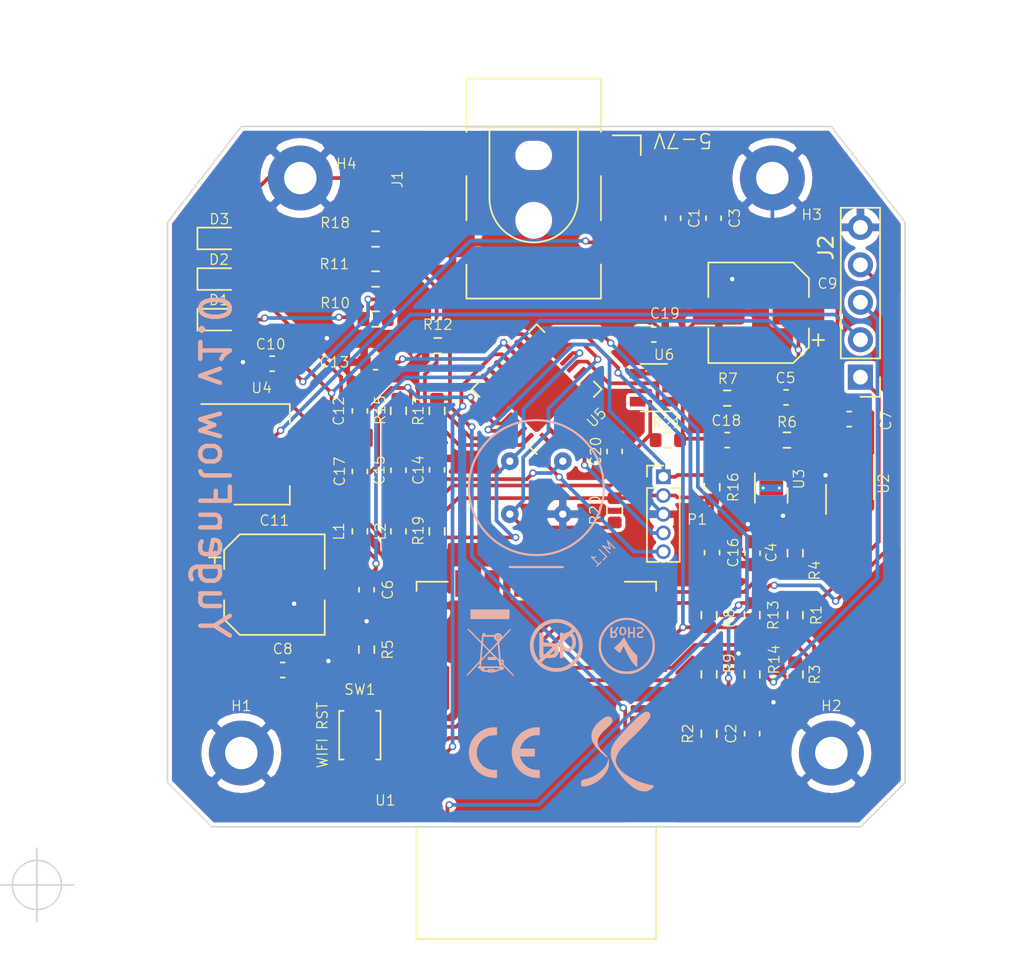
<source format=kicad_pcb>
(kicad_pcb (version 20171130) (host pcbnew 5.1.9)
  (layers (0 F.Cu signal) (31 B.Cu signal) (34 B.Paste user) (35 F.Paste user) (36 B.SilkS user) (37 F.SilkS user) (38 B.Mask user) (39 F.Mask user) (44 Edge.Cuts user))
  (net 0 "")
  (net 1 GND)
  (net 2 +3V3)
  (net 3 SCK)
  (net 4 CS)
  (net 5 SCL1)
  (net 6 SDA1)
  (net 7 "Net-(D1-Pad2)")
  (net 8 "Net-(C2-Pad2)")
  (net 9 MCLR)
  (net 10 DAT)
  (net 11 CLK)
  (net 12 DATA2)
  (net 13 DATA1)
  (net 14 2.6V)
  (net 15 +5V)
  (net 16 EN)
  (net 17 "Net-(C5-Pad2)")
  (net 18 "Net-(C5-Pad1)")
  (net 19 "Net-(C12-Pad1)")
  (net 20 "Net-(C13-Pad2)")
  (net 21 "Net-(C14-Pad1)")
  (net 22 +3.3VA)
  (net 23 "Net-(C19-Pad1)")
  (net 24 FLASHPIN)
  (net 25 LED0)
  (net 26 "Net-(D2-Pad2)")
  (net 27 "Net-(D3-Pad2)")
  (net 28 "Net-(R1-Pad2)")
  (net 29 RESET)
  (net 30 RX)
  (net 31 TX)
  (net 32 "Net-(R17-Pad1)")
  (net 33 "Net-(R18-Pad2)")
  (module xetalsymbols:Xetal-Logo_6.7mm_SilkScreen (layer B.Cu) (at 105.4608 117.9068)
    (fp_text reference G5 hide)
    (fp_text value LOGO hide)
  )
  (module xetalsymbols:WEEE-Logo_3.2x4.5mm_SilkScreen (layer B.Cu) (at 96.8756 110.5408)
    (fp_text reference G4 hide)
    (fp_text value LOGO hide)
  )
  (module xetalsymbols:PB-Logo_3.7mm_SilkScreen (layer B.Cu) (at 101.346 110.6932)
    (fp_text reference G3 hide)
    (fp_text value LOGO hide)
  )
  (module xetalsymbols:RoHS-Logo_3.8mm_SilkScreen (layer B.Cu) (at 106.1212 110.744)
    (fp_text reference G1 hide)
    (fp_text value LOGO hide)
  )
  (module xetalsymbols:CE-Logo_6.8x4.8mm_SilkScreen (layer B.Cu) (at 98.1964 117.8052)
    (fp_text reference G2 hide)
    (fp_text value LOGO hide)
  )
  (module Package_DFN_QFN:QFN-28-1EP_6x6mm_P0.65mm_EP4.25x4.25mm (layer F.Cu) (at 100.025 93.3196 135)
    (fp_text reference U5 (at -4.238822 1.508824 225) (layer F.SilkS) (effects (font (size 0.7 0.7) (thickness 0.08))))
    (fp_text value dspic33ep256gp502-QFN)
    (pad 29 smd roundrect (at 0 0 135) (size 4.25 4.25) (layers F.Cu F.Mask) (roundrect_rratio 0.058824) (net 1 GND))
    (pad 1 smd roundrect (at -2.8375 -1.95 135) (size 1.025 0.3) (layers F.Cu F.Paste F.Mask))
    (pad 2 smd roundrect (at -2.8375 -1.3 135) (size 1.025 0.3) (layers F.Cu F.Paste F.Mask))
    (pad 3 smd roundrect (at -2.8375 -0.65 135) (size 1.025 0.3) (layers F.Cu F.Paste F.Mask) (net 11 CLK))
    (pad 4 smd roundrect (at -2.837499 0 135) (size 1.025 0.3) (layers F.Cu F.Paste F.Mask) (net 10 DAT))
    (pad 5 smd roundrect (at -2.8375 0.65 135) (size 1.025 0.3) (layers F.Cu F.Paste F.Mask) (net 1 GND))
    (pad 6 smd roundrect (at -2.8375 1.3 135) (size 1.025 0.3) (layers F.Cu F.Paste F.Mask))
    (pad 7 smd roundrect (at -2.8375 1.95 135) (size 1.025 0.3) (layers F.Cu F.Paste F.Mask))
    (pad 8 smd roundrect (at -1.95 2.8375 135) (size 0.3 1.025) (layers F.Cu F.Paste F.Mask))
    (pad 9 smd roundrect (at -1.3 2.8375 135) (size 0.3 1.025) (layers F.Cu F.Paste F.Mask))
    (pad 10 smd roundrect (at -0.65 2.8375 135) (size 0.3 1.025) (layers F.Cu F.Paste F.Mask) (net 22 +3.3VA))
    (pad 11 smd roundrect (at 0 2.837499 135) (size 0.3 1.025) (layers F.Cu F.Paste F.Mask) (net 6 SDA1))
    (pad 12 smd roundrect (at 0.65 2.8375 135) (size 0.3 1.025) (layers F.Cu F.Paste F.Mask) (net 5 SCL1))
    (pad 13 smd roundrect (at 1.3 2.8375 135) (size 0.3 1.025) (layers F.Cu F.Paste F.Mask) (net 3 SCK))
    (pad 14 smd roundrect (at 1.95 2.8375 135) (size 0.3 1.025) (layers F.Cu F.Paste F.Mask) (net 12 DATA2))
    (pad 15 smd roundrect (at 2.8375 1.95 135) (size 1.025 0.3) (layers F.Cu F.Paste F.Mask) (net 13 DATA1))
    (pad 16 smd roundrect (at 2.8375 1.3 135) (size 1.025 0.3) (layers F.Cu F.Paste F.Mask) (net 1 GND))
    (pad 17 smd roundrect (at 2.8375 0.65 135) (size 1.025 0.3) (layers F.Cu F.Paste F.Mask) (net 20 "Net-(C13-Pad2)"))
    (pad 18 smd roundrect (at 2.837499 0 135) (size 1.025 0.3) (layers F.Cu F.Paste F.Mask) (net 4 CS))
    (pad 19 smd roundrect (at 2.8375 -0.65 135) (size 1.025 0.3) (layers F.Cu F.Paste F.Mask))
    (pad 20 smd roundrect (at 2.8375 -1.3 135) (size 1.025 0.3) (layers F.Cu F.Paste F.Mask))
    (pad 21 smd roundrect (at 2.8375 -1.95 135) (size 1.025 0.3) (layers F.Cu F.Paste F.Mask))
    (pad 22 smd roundrect (at 1.95 -2.8375 135) (size 0.3 1.025) (layers F.Cu F.Paste F.Mask))
    (pad 23 smd roundrect (at 1.3 -2.8375 135) (size 0.3 1.025) (layers F.Cu F.Paste F.Mask))
    (pad 24 smd roundrect (at 0.65 -2.8375 135) (size 0.3 1.025) (layers F.Cu F.Paste F.Mask) (net 1 GND))
    (pad 25 smd roundrect (at 0 -2.837499 135) (size 0.3 1.025) (layers F.Cu F.Paste F.Mask) (net 19 "Net-(C12-Pad1)"))
    (pad 26 smd roundrect (at -0.65 -2.8375 135) (size 0.3 1.025) (layers F.Cu F.Paste F.Mask) (net 9 MCLR))
    (pad 27 smd roundrect (at -1.3 -2.8375 135) (size 0.3 1.025) (layers F.Cu F.Paste F.Mask) (net 33 "Net-(R18-Pad2)"))
    (pad 28 smd roundrect (at -1.95 -2.8375 135) (size 0.3 1.025) (layers F.Cu F.Paste F.Mask) (net 32 "Net-(R17-Pad1)"))
  )
  (module MLX:MLX90621 (layer B.Cu) (at 100 100 225)
    (fp_text reference ML1 (at 0 -6.35 225) (layer B.SilkS) (effects (font (size 0.7 0.7) (thickness 0.08)) (justify mirror)))
    (fp_text value MLX90621)
    (pad 2 thru_hole circle (at 0 2.54 225) (size 1.2 1.2) (drill 0.5) (layers *.Cu *.Mask) (net 6 SDA1))
    (pad 1 thru_hole circle (at 2.54 0 225) (size 1.2 1.2) (drill 0.5) (layers *.Cu *.Mask) (net 5 SCL1))
    (pad 4 thru_hole circle (at 0 -2.54 225) (size 1.2 1.2) (drill 0.5) (layers *.Cu *.Mask) (net 1 GND))
    (pad 3 thru_hole circle (at -2.54 0 225) (size 1.2 1.2) (drill 0.5) (layers *.Cu *.Mask) (net 21 "Net-(C14-Pad1)"))
  )
  (module Inductor_SMD:L_0603_1608Metric (layer F.Cu) (at 88.0364 102.966 90)
    (fp_text reference L1 (at -0.0056 -1.4224 270) (layer F.SilkS) (effects (font (size 0.7 0.7) (thickness 0.08))))
    (fp_text value 10uH)
    (pad 2 smd roundrect (at 0.7875 0 90) (size 0.875 0.95) (layers F.Cu F.Paste F.Mask) (net 22 +3.3VA))
    (pad 1 smd roundrect (at -0.7875 0 90) (size 0.875 0.95) (layers F.Cu F.Paste F.Mask) (net 18 "Net-(C5-Pad1)"))
  )
  (module Inductor_SMD:L_0603_1608Metric (layer F.Cu) (at 90.6526 102.966 270)
    (fp_text reference L2 (at 0 1.219 90) (layer F.SilkS) (effects (font (size 0.7 0.7) (thickness 0.08))))
    (fp_text value 10uH)
    (pad 1 smd roundrect (at -0.7875 0 270) (size 0.875 0.95) (layers F.Cu F.Paste F.Mask) (net 21 "Net-(C14-Pad1)"))
    (pad 2 smd roundrect (at 0.7875 0 270) (size 0.875 0.95) (layers F.Cu F.Paste F.Mask) (net 14 2.6V))
  )
  (module Connector_PinHeader_1.27mm:PinHeader_1x05_P1.27mm_Vertical (layer F.Cu) (at 108.61 99.2632)
    (fp_text reference P1 (at 2.2864 2.8956) (layer F.SilkS) (effects (font (size 0.7 0.7) (thickness 0.08))))
    (fp_text value JTAG)
    (pad 1 thru_hole rect (at 0 0) (size 1 1) (drill 0.65) (layers *.Cu *.Mask) (net 9 MCLR))
    (pad 2 thru_hole oval (at 0 1.27) (size 1 1) (drill 0.65) (layers *.Cu *.Mask) (net 22 +3.3VA))
    (pad 3 thru_hole oval (at 0 2.54) (size 1 1) (drill 0.65) (layers *.Cu *.Mask) (net 1 GND))
    (pad 4 thru_hole oval (at 0 3.81) (size 1 1) (drill 0.65) (layers *.Cu *.Mask) (net 10 DAT))
    (pad 5 thru_hole oval (at 0 5.08) (size 1 1) (drill 0.65) (layers *.Cu *.Mask) (net 11 CLK))
  )
  (module Package_TO_SOT_SMD:SOT-23-5 (layer F.Cu) (at 107.968 93.218 180)
    (fp_text reference U6 (at -0.6932 2.2352 180) (layer F.SilkS) (effects (font (size 0.7 0.7) (thickness 0.08))))
    (fp_text value MIC5219-2.6 hide)
    (pad 1 smd rect (at -1.1 -0.95 180) (size 1.06 0.65) (layers F.Cu F.Paste F.Mask) (net 22 +3.3VA))
    (pad 2 smd rect (at -1.1 0 180) (size 1.06 0.65) (layers F.Cu F.Paste F.Mask) (net 1 GND))
    (pad 3 smd rect (at -1.1 0.95 180) (size 1.06 0.65) (layers F.Cu F.Paste F.Mask) (net 22 +3.3VA))
    (pad 4 smd rect (at 1.1 0.95 180) (size 1.06 0.65) (layers F.Cu F.Paste F.Mask) (net 23 "Net-(C19-Pad1)"))
    (pad 5 smd rect (at 1.1 -0.95 180) (size 1.06 0.65) (layers F.Cu F.Paste F.Mask) (net 14 2.6V))
  )
  (module Capacitor_SMD:C_0603_1608Metric (layer F.Cu) (at 109.271 81.7242 270)
    (fp_text reference C1 (at 0 -1.43 90) (layer F.SilkS) (effects (font (size 0.7 0.7) (thickness 0.08))))
    (fp_text value 10uF)
    (pad 1 smd roundrect (at -0.775 0 270) (size 0.9 0.95) (layers F.Cu F.Paste F.Mask) (net 15 +5V))
    (pad 2 smd roundrect (at 0.775 0 270) (size 0.9 0.95) (layers F.Cu F.Paste F.Mask) (net 1 GND))
  )
  (module Capacitor_SMD:C_0603_1608Metric (layer F.Cu) (at 114.63 116.688 90)
    (fp_text reference C2 (at 0 -1.43 90) (layer F.SilkS) (effects (font (size 0.7 0.7) (thickness 0.08))))
    (fp_text value 10uF)
    (pad 1 smd roundrect (at -0.775 0 90) (size 0.9 0.95) (layers F.Cu F.Paste F.Mask) (net 1 GND))
    (pad 2 smd roundrect (at 0.775 0 90) (size 0.9 0.95) (layers F.Cu F.Paste F.Mask) (net 8 "Net-(C2-Pad2)"))
  )
  (module Capacitor_SMD:C_0603_1608Metric (layer F.Cu) (at 112.014 81.7242 270)
    (fp_text reference C3 (at 0 -1.43 90) (layer F.SilkS) (effects (font (size 0.7 0.7) (thickness 0.08))))
    (fp_text value 0.1uF)
    (pad 2 smd roundrect (at 0.775 0 270) (size 0.9 0.95) (layers F.Cu F.Paste F.Mask) (net 1 GND))
    (pad 1 smd roundrect (at -0.775 0 270) (size 0.9 0.95) (layers F.Cu F.Paste F.Mask) (net 15 +5V))
  )
  (module Capacitor_SMD:C_0603_1608Metric (layer F.Cu) (at 114.656 104.445 270)
    (fp_text reference C4 (at -0.051 -1.2696 90) (layer F.SilkS) (effects (font (size 0.7 0.7) (thickness 0.08))))
    (fp_text value 10uF)
    (pad 1 smd roundrect (at -0.775 0 270) (size 0.9 0.95) (layers F.Cu F.Paste F.Mask) (net 16 EN))
    (pad 2 smd roundrect (at 0.775 0 270) (size 0.9 0.95) (layers F.Cu F.Paste F.Mask) (net 1 GND))
  )
  (module Capacitor_SMD:C_0603_1608Metric (layer F.Cu) (at 116.929 93.8784 180)
    (fp_text reference C5 (at 0.0382 1.3208) (layer F.SilkS) (effects (font (size 0.7 0.7) (thickness 0.08))))
    (fp_text value 10pF)
    (pad 2 smd roundrect (at 0.775 0 180) (size 0.9 0.95) (layers F.Cu F.Paste F.Mask) (net 17 "Net-(C5-Pad2)"))
    (pad 1 smd roundrect (at -0.775 0 180) (size 0.9 0.95) (layers F.Cu F.Paste F.Mask) (net 18 "Net-(C5-Pad1)"))
  )
  (module Capacitor_SMD:C_0603_1608Metric (layer F.Cu) (at 88.4936 106.925 270)
    (fp_text reference C6 (at 0 -1.43 90) (layer F.SilkS) (effects (font (size 0.7 0.7) (thickness 0.08))))
    (fp_text value 0.1uF)
    (pad 2 smd roundrect (at 0.775 0 270) (size 0.9 0.95) (layers F.Cu F.Paste F.Mask) (net 1 GND))
    (pad 1 smd roundrect (at -0.775 0 270) (size 0.9 0.95) (layers F.Cu F.Paste F.Mask) (net 18 "Net-(C5-Pad1)"))
  )
  (module Capacitor_SMD:C_0603_1608Metric (layer F.Cu) (at 121.209 95.3516 180)
    (fp_text reference C7 (at -2.489 -0.1016 90) (layer F.SilkS) (effects (font (size 0.7 0.7) (thickness 0.08))))
    (fp_text value 10uF)
    (pad 1 smd roundrect (at -0.775 0 180) (size 0.9 0.95) (layers F.Cu F.Paste F.Mask) (net 18 "Net-(C5-Pad1)"))
    (pad 2 smd roundrect (at 0.775 0 180) (size 0.9 0.95) (layers F.Cu F.Paste F.Mask) (net 1 GND))
  )
  (module Capacitor_SMD:C_0603_1608Metric (layer F.Cu) (at 82.804 112.37)
    (fp_text reference C8 (at 0 -1.43) (layer F.SilkS) (effects (font (size 0.7 0.7) (thickness 0.08))))
    (fp_text value 0.1uF)
    (pad 2 smd roundrect (at 0.775 0) (size 0.9 0.95) (layers F.Cu F.Paste F.Mask) (net 1 GND))
    (pad 1 smd roundrect (at -0.775 0) (size 0.9 0.95) (layers F.Cu F.Paste F.Mask) (net 2 +3V3))
  )
  (module Capacitor_SMD:CP_Elec_6.3x7.7 (layer F.Cu) (at 115.07 88.138 180)
    (fp_text reference C9 (at -4.6656 1.9812) (layer F.SilkS) (effects (font (size 0.7 0.7) (thickness 0.08))))
    (fp_text value 470uF)
    (pad 2 smd roundrect (at 2.7 0 180) (size 3.5 1.6) (layers F.Cu F.Paste F.Mask) (roundrect_rratio 0.15625) (net 1 GND))
    (pad 1 smd roundrect (at -2.7 0 180) (size 3.5 1.6) (layers F.Cu F.Paste F.Mask) (roundrect_rratio 0.15625) (net 18 "Net-(C5-Pad1)"))
  )
  (module Capacitor_SMD:C_0603_1608Metric (layer F.Cu) (at 82.0928 91.5924 180)
    (fp_text reference C10 (at 0.1016 1.3208) (layer F.SilkS) (effects (font (size 0.7 0.7) (thickness 0.08))))
    (fp_text value 10uF)
    (pad 1 smd roundrect (at -0.775 0 180) (size 0.9 0.95) (layers F.Cu F.Paste F.Mask) (net 2 +3V3))
    (pad 2 smd roundrect (at 0.775 0 180) (size 0.9 0.95) (layers F.Cu F.Paste F.Mask) (net 1 GND))
  )
  (module Capacitor_SMD:CP_Elec_6.3x7.7 (layer F.Cu) (at 82.2452 106.578)
    (fp_text reference C11 (at 0 -4.35) (layer F.SilkS) (effects (font (size 0.7 0.7) (thickness 0.08))))
    (fp_text value 470uF)
    (pad 1 smd roundrect (at -2.7 0) (size 3.5 1.6) (layers F.Cu F.Paste F.Mask) (roundrect_rratio 0.15625) (net 2 +3V3))
    (pad 2 smd roundrect (at 2.7 0) (size 3.5 1.6) (layers F.Cu F.Paste F.Mask) (roundrect_rratio 0.15625) (net 1 GND))
  )
  (module LED_SMD:LED_0603_1608Metric (layer F.Cu) (at 78.5113 88.606)
    (fp_text reference D1 (at -0.0253 -1.3316) (layer F.SilkS) (effects (font (size 0.7 0.7) (thickness 0.08))))
    (fp_text value LED1)
    (pad 2 smd roundrect (at 0.7875 0) (size 0.875 0.95) (layers F.Cu F.Paste F.Mask) (net 7 "Net-(D1-Pad2)"))
    (pad 1 smd roundrect (at -0.7875 0) (size 0.875 0.95) (layers F.Cu F.Paste F.Mask) (net 24 FLASHPIN))
  )
  (module LED_SMD:LED_0603_1608Metric (layer F.Cu) (at 78.5113 85.852)
    (fp_text reference D2 (at -0.0253 -1.3208) (layer F.SilkS) (effects (font (size 0.7 0.7) (thickness 0.08))))
    (fp_text value LED0)
    (pad 1 smd roundrect (at -0.7875 0) (size 0.875 0.95) (layers F.Cu F.Paste F.Mask) (net 25 LED0))
    (pad 2 smd roundrect (at 0.7875 0) (size 0.875 0.95) (layers F.Cu F.Paste F.Mask) (net 26 "Net-(D2-Pad2)"))
  )
  (module Connector_BarrelJack:BarrelJack_CLIFF_FC681465S_SMT_Horizontal (layer F.Cu) (at 99.822 80.3656 270)
    (fp_text reference J1 (at -1.27 9.2456 270) (layer F.SilkS) (effects (font (size 0.7 0.7) (thickness 0.08))))
    (fp_text value Barrel_Jack_Switch_Pin3Ring)
    (pad "" np_thru_hole oval (at -2.9 0) (size 2 1.5) (drill oval 2 1.5) (layers *.Cu *.Mask))
    (pad "" np_thru_hole circle (at 1.5 0) (size 2 2) (drill 2) (layers *.Cu *.Mask))
    (pad 1 smd rect (at -3 -5.5) (size 3 2) (layers F.Cu F.Paste F.Mask) (net 15 +5V))
    (pad 1 smd rect (at 3 -5.5) (size 3 2) (layers F.Cu F.Paste F.Mask) (net 15 +5V))
    (pad 2 smd rect (at 3 5.5) (size 3 2) (layers F.Cu F.Paste F.Mask) (net 1 GND))
    (pad 3 smd rect (at -3 5.5) (size 3 2) (layers F.Cu F.Paste F.Mask) (net 1 GND))
  )
  (module Resistor_SMD:R_0603_1608Metric (layer F.Cu) (at 117.551 108.649 270)
    (fp_text reference R1 (at 0 -1.43 90) (layer F.SilkS) (effects (font (size 0.7 0.7) (thickness 0.08))))
    (fp_text value 10K)
    (pad 1 smd roundrect (at -0.825 0 270) (size 0.8 0.95) (layers F.Cu F.Paste F.Mask) (net 2 +3V3))
    (pad 2 smd roundrect (at 0.825 0 270) (size 0.8 0.95) (layers F.Cu F.Paste F.Mask) (net 28 "Net-(R1-Pad2)"))
  )
  (module Resistor_SMD:R_0603_1608Metric (layer F.Cu) (at 111.709 116.688 90)
    (fp_text reference R2 (at 0 -1.43 90) (layer F.SilkS) (effects (font (size 0.7 0.7) (thickness 0.08))))
    (fp_text value 100K)
    (pad 1 smd roundrect (at -0.825 0 90) (size 0.8 0.95) (layers F.Cu F.Paste F.Mask) (net 2 +3V3))
    (pad 2 smd roundrect (at 0.825 0 90) (size 0.8 0.95) (layers F.Cu F.Paste F.Mask) (net 8 "Net-(C2-Pad2)"))
  )
  (module Resistor_SMD:R_0603_1608Metric (layer F.Cu) (at 117.551 112.674 90)
    (fp_text reference R3 (at 0 1.321 90) (layer F.SilkS) (effects (font (size 0.7 0.7) (thickness 0.08))))
    (fp_text value 2.2k)
    (pad 2 smd roundrect (at 0.825 0 90) (size 0.8 0.95) (layers F.Cu F.Paste F.Mask) (net 29 RESET))
    (pad 1 smd roundrect (at -0.825 0 90) (size 0.8 0.95) (layers F.Cu F.Paste F.Mask) (net 1 GND))
  )
  (module Resistor_SMD:R_0603_1608Metric (layer F.Cu) (at 117.551 104.445 90)
    (fp_text reference R4 (at -1.1682 1.321 90) (layer F.SilkS) (effects (font (size 0.7 0.7) (thickness 0.08))))
    (fp_text value 100k)
    (pad 1 smd roundrect (at -0.825 0 90) (size 0.8 0.95) (layers F.Cu F.Paste F.Mask) (net 15 +5V))
    (pad 2 smd roundrect (at 0.825 0 90) (size 0.8 0.95) (layers F.Cu F.Paste F.Mask) (net 16 EN))
  )
  (module Resistor_SMD:R_0603_1608Metric (layer F.Cu) (at 88.4936 110.986 270)
    (fp_text reference R5 (at 0 -1.43 90) (layer F.SilkS) (effects (font (size 0.7 0.7) (thickness 0.08))))
    (fp_text value 4.7K)
    (pad 2 smd roundrect (at 0.825 0 270) (size 0.8 0.95) (layers F.Cu F.Paste F.Mask) (net 25 LED0))
    (pad 1 smd roundrect (at -0.825 0 270) (size 0.8 0.95) (layers F.Cu F.Paste F.Mask) (net 1 GND))
  )
  (module Resistor_SMD:R_0603_1608Metric (layer F.Cu) (at 116.992 96.774)
    (fp_text reference R6 (at 0 -1.2192) (layer F.SilkS) (effects (font (size 0.7 0.7) (thickness 0.08))))
    (fp_text value 590K)
    (pad 1 smd roundrect (at -0.825 0) (size 0.8 0.95) (layers F.Cu F.Paste F.Mask) (net 17 "Net-(C5-Pad2)"))
    (pad 2 smd roundrect (at 0.825 0) (size 0.8 0.95) (layers F.Cu F.Paste F.Mask) (net 18 "Net-(C5-Pad1)"))
  )
  (module Resistor_SMD:R_0603_1608Metric (layer F.Cu) (at 112.941 93.9292)
    (fp_text reference R7 (at 0.0382 -1.3208) (layer F.SilkS) (effects (font (size 0.7 0.7) (thickness 0.08))))
    (fp_text value 174K)
    (pad 2 smd roundrect (at 0.825 0) (size 0.8 0.95) (layers F.Cu F.Paste F.Mask) (net 17 "Net-(C5-Pad2)"))
    (pad 1 smd roundrect (at -0.825 0) (size 0.8 0.95) (layers F.Cu F.Paste F.Mask) (net 1 GND))
  )
  (module Resistor_SMD:R_0603_1608Metric (layer F.Cu) (at 111.709 108.649 90)
    (fp_text reference R8 (at -0.2154 1.3718 90) (layer F.SilkS) (effects (font (size 0.7 0.7) (thickness 0.08))))
    (fp_text value "4.7K DNP")
    (pad 2 smd roundrect (at 0.825 0 90) (size 0.8 0.95) (layers F.Cu F.Paste F.Mask) (net 2 +3V3))
    (pad 1 smd roundrect (at -0.825 0 90) (size 0.8 0.95) (layers F.Cu F.Paste F.Mask) (net 3 SCK))
  )
  (module Resistor_SMD:R_0603_1608Metric (layer F.Cu) (at 111.709 112.668 270)
    (fp_text reference R9 (at -0.7556 -1.3718 90) (layer F.SilkS) (effects (font (size 0.7 0.7) (thickness 0.08))))
    (fp_text value "4.7K DNP")
    (pad 1 smd roundrect (at -0.825 0 270) (size 0.8 0.95) (layers F.Cu F.Paste F.Mask) (net 1 GND))
    (pad 2 smd roundrect (at 0.825 0 270) (size 0.8 0.95) (layers F.Cu F.Paste F.Mask) (net 12 DATA2))
  )
  (module Resistor_SMD:R_0603_1608Metric (layer F.Cu) (at 89.1032 88.566 180)
    (fp_text reference R10 (at 2.7432 1.0884) (layer F.SilkS) (effects (font (size 0.7 0.7) (thickness 0.08))))
    (fp_text value 330)
    (pad 1 smd roundrect (at -0.825 0 180) (size 0.8 0.95) (layers F.Cu F.Paste F.Mask) (net 2 +3V3))
    (pad 2 smd roundrect (at 0.825 0 180) (size 0.8 0.95) (layers F.Cu F.Paste F.Mask) (net 7 "Net-(D1-Pad2)"))
  )
  (module Resistor_SMD:R_0603_1608Metric (layer F.Cu) (at 89.1032 85.852 180)
    (fp_text reference R11 (at 2.794 1.016) (layer F.SilkS) (effects (font (size 0.7 0.7) (thickness 0.08))))
    (fp_text value 330)
    (pad 2 smd roundrect (at 0.825 0 180) (size 0.8 0.95) (layers F.Cu F.Paste F.Mask) (net 26 "Net-(D2-Pad2)"))
    (pad 1 smd roundrect (at -0.825 0 180) (size 0.8 0.95) (layers F.Cu F.Paste F.Mask) (net 2 +3V3))
  )
  (module Resistor_SMD:R_0603_1608Metric (layer F.Cu) (at 93.3196 90.3732)
    (fp_text reference R12 (at 0 -1.43) (layer F.SilkS) (effects (font (size 0.7 0.7) (thickness 0.08))))
    (fp_text value "4.7K DNP")
    (pad 2 smd roundrect (at 0.825 0) (size 0.8 0.95) (layers F.Cu F.Paste F.Mask) (net 13 DATA1))
    (pad 1 smd roundrect (at -0.825 0) (size 0.8 0.95) (layers F.Cu F.Paste F.Mask) (net 1 GND))
  )
  (module Resistor_SMD:R_0603_1608Metric (layer F.Cu) (at 114.63 108.649 270)
    (fp_text reference R13 (at 0 -1.43 90) (layer F.SilkS) (effects (font (size 0.7 0.7) (thickness 0.08))))
    (fp_text value 0)
    (pad 1 smd roundrect (at -0.825 0 270) (size 0.8 0.95) (layers F.Cu F.Paste F.Mask) (net 30 RX))
    (pad 2 smd roundrect (at 0.825 0 270) (size 0.8 0.95) (layers F.Cu F.Paste F.Mask) (net 3 SCK))
  )
  (module Resistor_SMD:R_0603_1608Metric (layer F.Cu) (at 114.63 112.668 270)
    (fp_text reference R14 (at -1.0096 -1.4988 90) (layer F.SilkS) (effects (font (size 0.7 0.7) (thickness 0.08))))
    (fp_text value 0)
    (pad 2 smd roundrect (at 0.825 0 270) (size 0.8 0.95) (layers F.Cu F.Paste F.Mask) (net 12 DATA2))
    (pad 1 smd roundrect (at -0.825 0 270) (size 0.8 0.95) (layers F.Cu F.Paste F.Mask) (net 31 TX))
  )
  (module Button_Switch_SMD:SW_SPST_B3U-1000P (layer F.Cu) (at 88.0364 116.789 90)
    (fp_text reference SW1 (at 3.0986 0 180) (layer F.SilkS) (effects (font (size 0.7 0.7) (thickness 0.08))))
    (fp_text value "WIFI RST" (at -0.0002 -2.54 90) (layer F.SilkS) (effects (font (size 0.7 0.7) (thickness 0.08))))
    (pad 1 smd rect (at -1.7 0 90) (size 0.9 1.7) (layers F.Cu F.Paste F.Mask) (net 29 RESET))
    (pad 2 smd rect (at 1.7 0 90) (size 0.9 1.7) (layers F.Cu F.Paste F.Mask) (net 2 +3V3))
  )
  (module RF_Module:ESP-12E (layer F.Cu) (at 100 118.5 180)
    (fp_text reference U1 (at 10.2364 -2.7088) (layer F.SilkS) (effects (font (size 0.7 0.7) (thickness 0.08))))
    (fp_text value ESP-12E)
    (pad 1 smd rect (at -7.6 -3.5 180) (size 2.5 1) (layers F.Cu F.Paste F.Mask) (net 28 "Net-(R1-Pad2)"))
    (pad 2 smd rect (at -7.6 -1.5 180) (size 2.5 1) (layers F.Cu F.Paste F.Mask))
    (pad 3 smd rect (at -7.6 0.5 180) (size 2.5 1) (layers F.Cu F.Paste F.Mask) (net 8 "Net-(C2-Pad2)"))
    (pad 4 smd rect (at -7.6 2.5 180) (size 2.5 1) (layers F.Cu F.Paste F.Mask) (net 13 DATA1))
    (pad 5 smd rect (at -7.6 4.5 180) (size 2.5 1) (layers F.Cu F.Paste F.Mask) (net 12 DATA2))
    (pad 6 smd rect (at -7.6 6.5 180) (size 2.5 1) (layers F.Cu F.Paste F.Mask) (net 29 RESET))
    (pad 7 smd rect (at -7.6 8.5 180) (size 2.5 1) (layers F.Cu F.Paste F.Mask) (net 3 SCK))
    (pad 8 smd rect (at -7.6 10.5 180) (size 2.5 1) (layers F.Cu F.Paste F.Mask) (net 2 +3V3))
    (pad 9 smd rect (at -5 12 180) (size 1 1.8) (layers F.Cu F.Paste F.Mask))
    (pad 10 smd rect (at -3 12 180) (size 1 1.8) (layers F.Cu F.Paste F.Mask))
    (pad 11 smd rect (at -1 12 180) (size 1 1.8) (layers F.Cu F.Paste F.Mask))
    (pad 12 smd rect (at 1 12 180) (size 1 1.8) (layers F.Cu F.Paste F.Mask))
    (pad 13 smd rect (at 3 12 180) (size 1 1.8) (layers F.Cu F.Paste F.Mask))
    (pad 14 smd rect (at 5 12 180) (size 1 1.8) (layers F.Cu F.Paste F.Mask))
    (pad 15 smd rect (at 7.6 10.5 180) (size 2.5 1) (layers F.Cu F.Paste F.Mask) (net 1 GND))
    (pad 16 smd rect (at 7.6 8.5 180) (size 2.5 1) (layers F.Cu F.Paste F.Mask) (net 25 LED0))
    (pad 17 smd rect (at 7.6 6.5 180) (size 2.5 1) (layers F.Cu F.Paste F.Mask) (net 2 +3V3))
    (pad 18 smd rect (at 7.6 4.5 180) (size 2.5 1) (layers F.Cu F.Paste F.Mask) (net 24 FLASHPIN))
    (pad 19 smd rect (at 7.6 2.5 180) (size 2.5 1) (layers F.Cu F.Paste F.Mask) (net 16 EN))
    (pad 20 smd rect (at 7.6 0.5 180) (size 2.5 1) (layers F.Cu F.Paste F.Mask) (net 4 CS))
    (pad 21 smd rect (at 7.6 -1.5 180) (size 2.5 1) (layers F.Cu F.Paste F.Mask) (net 31 TX))
    (pad 22 smd rect (at 7.6 -3.5 180) (size 2.5 1) (layers F.Cu F.Paste F.Mask) (net 30 RX))
  )
  (module Package_SO:VSSOP-8_3.0x3.0mm_P0.65mm (layer F.Cu) (at 121.26 100.787 270)
    (fp_text reference U2 (at -1.0666 -2.2856 90) (layer F.SilkS) (effects (font (size 0.7 0.7) (thickness 0.08))))
    (fp_text value TLV767_DGN_ADJ)
    (pad 1 smd rect (at -2.2 -0.975 180) (size 0.45 1.45) (layers F.Cu F.Paste F.Mask) (net 18 "Net-(C5-Pad1)"))
    (pad 2 smd rect (at -2.2 -0.325 180) (size 0.45 1.45) (layers F.Cu F.Paste F.Mask) (net 17 "Net-(C5-Pad2)"))
    (pad 3 smd rect (at -2.2 0.325 180) (size 0.45 1.45) (layers F.Cu F.Paste F.Mask))
    (pad 4 smd rect (at -2.2 0.975 180) (size 0.45 1.45) (layers F.Cu F.Paste F.Mask) (net 1 GND))
    (pad 5 smd rect (at 2.2 0.975 180) (size 0.45 1.45) (layers F.Cu F.Paste F.Mask) (net 16 EN))
    (pad 6 smd rect (at 2.2 0.325 180) (size 0.45 1.45) (layers F.Cu F.Paste F.Mask) (net 1 GND))
    (pad 7 smd rect (at 2.2 -0.325 180) (size 0.45 1.45) (layers F.Cu F.Paste F.Mask))
    (pad 8 smd rect (at 2.2 -0.975 180) (size 0.45 1.45) (layers F.Cu F.Paste F.Mask) (net 15 +5V))
  )
  (module Package_SON:WSON-6-1EP_2x2mm_P0.65mm_EP1x1.6mm_ThermalVias (layer F.Cu) (at 115.926 100.025 270)
    (fp_text reference U3 (at -0.6094 -1.8792 90) (layer F.SilkS) (effects (font (size 0.7 0.7) (thickness 0.08))))
    (fp_text value TLV767_DRV_ADJ)
    (pad 1 smd roundrect (at -0.8875 -0.65 270) (size 0.375 0.4) (layers F.Cu F.Paste F.Mask) (net 18 "Net-(C5-Pad1)"))
    (pad 2 smd roundrect (at -0.8875 0 270) (size 0.375 0.4) (layers F.Cu F.Paste F.Mask) (net 17 "Net-(C5-Pad2)"))
    (pad 3 smd roundrect (at -0.8875 0.65 270) (size 0.375 0.4) (layers F.Cu F.Paste F.Mask) (net 1 GND))
    (pad 4 smd roundrect (at 0.8875 0.65 270) (size 0.375 0.4) (layers F.Cu F.Paste F.Mask) (net 16 EN))
    (pad 5 smd roundrect (at 0.8875 0 270) (size 0.375 0.4) (layers F.Cu F.Paste F.Mask) (net 1 GND))
    (pad 6 smd roundrect (at 0.8875 -0.65 270) (size 0.375 0.4) (layers F.Cu F.Paste F.Mask) (net 15 +5V))
    (pad 7 smd rect (at 0 0 270) (size 1 1.6) (layers F.Cu F.Mask))
    (pad 7 thru_hole circle (at 0 -0.55 270) (size 0.5 0.5) (drill 0.2) (layers *.Cu))
    (pad 7 thru_hole circle (at 0 0.55 270) (size 0.5 0.5) (drill 0.2) (layers *.Cu))
    (pad 7 smd rect (at 0 0 270) (size 0.5 1.6) (layers B.Cu))
  )
  (module Package_TO_SOT_SMD:SOT-223-3_TabPin2 (layer F.Cu) (at 81.3816 97.7392)
    (fp_text reference U4 (at 0 -4.5) (layer F.SilkS) (effects (font (size 0.7 0.7) (thickness 0.08))))
    (fp_text value LM1117-3.3)
    (pad 2 smd rect (at 3.15 0) (size 2 3.8) (layers F.Cu F.Paste F.Mask) (net 2 +3V3))
    (pad 2 smd rect (at -3.15 0) (size 2 1.5) (layers F.Cu F.Paste F.Mask) (net 2 +3V3))
    (pad 3 smd rect (at -3.15 2.3) (size 2 1.5) (layers F.Cu F.Paste F.Mask) (net 15 +5V))
    (pad 1 smd rect (at -3.15 -2.3) (size 2 1.5) (layers F.Cu F.Paste F.Mask) (net 1 GND))
  )
  (module Capacitor_SMD:C_0603_1608Metric (layer F.Cu) (at 88.0364 94.7928 90)
    (fp_text reference C12 (at 0 -1.43 90) (layer F.SilkS) (effects (font (size 0.7 0.7) (thickness 0.08))))
    (fp_text value 100nF)
    (pad 2 smd roundrect (at 0.775 0 90) (size 0.9 0.95) (layers F.Cu F.Paste F.Mask) (net 1 GND))
    (pad 1 smd roundrect (at -0.775 0 90) (size 0.9 0.95) (layers F.Cu F.Paste F.Mask) (net 19 "Net-(C12-Pad1)"))
  )
  (module Capacitor_SMD:C_0603_1608Metric (layer F.Cu) (at 89.1032 91.4908)
    (fp_text reference C13 (at -2.794 0) (layer F.SilkS) (effects (font (size 0.7 0.7) (thickness 0.08))))
    (fp_text value 10uF)
    (pad 1 smd roundrect (at -0.775 0) (size 0.9 0.95) (layers F.Cu F.Paste F.Mask) (net 1 GND))
    (pad 2 smd roundrect (at 0.775 0) (size 0.9 0.95) (layers F.Cu F.Paste F.Mask) (net 20 "Net-(C13-Pad2)"))
  )
  (module Capacitor_SMD:C_0603_1608Metric (layer F.Cu) (at 93.2688 98.793 90)
    (fp_text reference C14 (at -0.013 -1.27 90) (layer F.SilkS) (effects (font (size 0.7 0.7) (thickness 0.08))))
    (fp_text value 100nF)
    (pad 1 smd roundrect (at -0.775 0 90) (size 0.9 0.95) (layers F.Cu F.Paste F.Mask) (net 21 "Net-(C14-Pad1)"))
    (pad 2 smd roundrect (at 0.775 0 90) (size 0.9 0.95) (layers F.Cu F.Paste F.Mask) (net 1 GND))
  )
  (module Capacitor_SMD:C_0603_1608Metric (layer F.Cu) (at 90.6526 98.819 90)
    (fp_text reference C15 (at 0 -1.2954 90) (layer F.SilkS) (effects (font (size 0.7 0.7) (thickness 0.08))))
    (fp_text value 10uF)
    (pad 2 smd roundrect (at 0.775 0 90) (size 0.9 0.95) (layers F.Cu F.Paste F.Mask) (net 1 GND))
    (pad 1 smd roundrect (at -0.775 0 90) (size 0.9 0.95) (layers F.Cu F.Paste F.Mask) (net 21 "Net-(C14-Pad1)"))
  )
  (module Capacitor_SMD:C_0603_1608Metric (layer F.Cu) (at 111.912 104.407 270)
    (fp_text reference C16 (at 0 -1.43 90) (layer F.SilkS) (effects (font (size 0.7 0.7) (thickness 0.08))))
    (fp_text value 10uF)
    (pad 2 smd roundrect (at 0.775 0 270) (size 0.9 0.95) (layers F.Cu F.Paste F.Mask) (net 1 GND))
    (pad 1 smd roundrect (at -0.775 0 270) (size 0.9 0.95) (layers F.Cu F.Paste F.Mask) (net 22 +3.3VA))
  )
  (module Capacitor_SMD:C_0603_1608Metric (layer F.Cu) (at 88.0364 98.9046 90)
    (fp_text reference C17 (at 0 -1.3716 90) (layer F.SilkS) (effects (font (size 0.7 0.7) (thickness 0.08))))
    (fp_text value 100nF)
    (pad 1 smd roundrect (at -0.775 0 90) (size 0.9 0.95) (layers F.Cu F.Paste F.Mask) (net 22 +3.3VA))
    (pad 2 smd roundrect (at 0.775 0 90) (size 0.9 0.95) (layers F.Cu F.Paste F.Mask) (net 1 GND))
  )
  (module Capacitor_SMD:C_0603_1608Metric (layer F.Cu) (at 112.941 96.774 180)
    (fp_text reference C18 (at 0.0634 1.3208) (layer F.SilkS) (effects (font (size 0.7 0.7) (thickness 0.08))))
    (fp_text value 1uF)
    (pad 1 smd roundrect (at -0.775 0 180) (size 0.9 0.95) (layers F.Cu F.Paste F.Mask) (net 1 GND))
    (pad 2 smd roundrect (at 0.775 0 180) (size 0.9 0.95) (layers F.Cu F.Paste F.Mask) (net 22 +3.3VA))
  )
  (module Capacitor_SMD:C_0603_1608Metric (layer F.Cu) (at 107.963 89.6112)
    (fp_text reference C19 (at 0.749 -1.43) (layer F.SilkS) (effects (font (size 0.7 0.7) (thickness 0.08))))
    (fp_text value 470pF)
    (pad 1 smd roundrect (at -0.775 0) (size 0.9 0.95) (layers F.Cu F.Paste F.Mask) (net 23 "Net-(C19-Pad1)"))
    (pad 2 smd roundrect (at 0.775 0) (size 0.9 0.95) (layers F.Cu F.Paste F.Mask) (net 1 GND))
  )
  (module Capacitor_SMD:C_0603_1608Metric (layer F.Cu) (at 105.308 97.549 90)
    (fp_text reference C20 (at 0 -1.2696 90) (layer F.SilkS) (effects (font (size 0.7 0.7) (thickness 0.08))))
    (fp_text value 1uF)
    (pad 2 smd roundrect (at 0.775 0 90) (size 0.9 0.95) (layers F.Cu F.Paste F.Mask) (net 14 2.6V))
    (pad 1 smd roundrect (at -0.775 0 90) (size 0.9 0.95) (layers F.Cu F.Paste F.Mask) (net 1 GND))
  )
  (module LED_SMD:LED_0603_1608Metric (layer F.Cu) (at 78.5113 83.098)
    (fp_text reference D3 (at 0 -1.31) (layer F.SilkS) (effects (font (size 0.7 0.7) (thickness 0.08))))
    (fp_text value LED)
    (pad 1 smd roundrect (at -0.7875 0) (size 0.875 0.95) (layers F.Cu F.Paste F.Mask) (net 1 GND))
    (pad 2 smd roundrect (at 0.7875 0) (size 0.875 0.95) (layers F.Cu F.Paste F.Mask) (net 27 "Net-(D3-Pad2)"))
  )
  (module Resistor_SMD:R_0603_1608Metric (layer F.Cu) (at 90.6526 94.7928 270)
    (fp_text reference R15 (at -0.0508 1.2446 90) (layer F.SilkS) (effects (font (size 0.7 0.7) (thickness 0.08))))
    (fp_text value 10)
    (pad 2 smd roundrect (at 0.825 0 270) (size 0.8 0.95) (layers F.Cu F.Paste F.Mask) (net 19 "Net-(C12-Pad1)"))
    (pad 1 smd roundrect (at -0.825 0 270) (size 0.8 0.95) (layers F.Cu F.Paste F.Mask) (net 22 +3.3VA))
  )
  (module Resistor_SMD:R_0603_1608Metric (layer F.Cu) (at 111.912 99.9744 270)
    (fp_text reference R16 (at 0 -1.43 90) (layer F.SilkS) (effects (font (size 0.7 0.7) (thickness 0.08))))
    (fp_text value 4.7K)
    (pad 1 smd roundrect (at -0.825 0 270) (size 0.8 0.95) (layers F.Cu F.Paste F.Mask) (net 9 MCLR))
    (pad 2 smd roundrect (at 0.825 0 270) (size 0.8 0.95) (layers F.Cu F.Paste F.Mask) (net 22 +3.3VA))
  )
  (module Resistor_SMD:R_0603_1608Metric (layer F.Cu) (at 93.2688 94.7928 90)
    (fp_text reference R17 (at 0 -1.27 90) (layer F.SilkS) (effects (font (size 0.7 0.7) (thickness 0.08))))
    (fp_text value DNP)
    (pad 2 smd roundrect (at 0.825 0 90) (size 0.8 0.95) (layers F.Cu F.Paste F.Mask) (net 13 DATA1))
    (pad 1 smd roundrect (at -0.825 0 90) (size 0.8 0.95) (layers F.Cu F.Paste F.Mask) (net 32 "Net-(R17-Pad1)"))
  )
  (module Resistor_SMD:R_0603_1608Metric (layer F.Cu) (at 89.1032 83.138)
    (fp_text reference R18 (at -2.7432 -1.096) (layer F.SilkS) (effects (font (size 0.7 0.7) (thickness 0.08))))
    (fp_text value 330)
    (pad 2 smd roundrect (at 0.825 0) (size 0.8 0.95) (layers F.Cu F.Paste F.Mask) (net 33 "Net-(R18-Pad2)"))
    (pad 1 smd roundrect (at -0.825 0) (size 0.8 0.95) (layers F.Cu F.Paste F.Mask) (net 27 "Net-(D3-Pad2)"))
  )
  (module Resistor_SMD:R_0603_1608Metric (layer F.Cu) (at 93.2688 102.966 270)
    (fp_text reference R19 (at -0.0452 1.27 90) (layer F.SilkS) (effects (font (size 0.7 0.7) (thickness 0.08))))
    (fp_text value 4.7K)
    (pad 1 smd roundrect (at -0.825 0 270) (size 0.8 0.95) (layers F.Cu F.Paste F.Mask) (net 22 +3.3VA))
    (pad 2 smd roundrect (at 0.825 0 270) (size 0.8 0.95) (layers F.Cu F.Paste F.Mask) (net 6 SDA1))
  )
  (module Resistor_SMD:R_0603_1608Metric (layer F.Cu) (at 105.308 101.537 270)
    (fp_text reference R20 (at 0 1.3204 90) (layer F.SilkS) (effects (font (size 0.7 0.7) (thickness 0.08))))
    (fp_text value 4.7K)
    (pad 1 smd roundrect (at -0.825 0 270) (size 0.8 0.95) (layers F.Cu F.Paste F.Mask) (net 22 +3.3VA))
    (pad 2 smd roundrect (at 0.825 0 270) (size 0.8 0.95) (layers F.Cu F.Paste F.Mask) (net 5 SCL1))
  )
  (module Resistor_SMD:R_0603_1608Metric (layer F.Cu) (at 108.915 96.774 180)
    (fp_text reference R21 (at 0.0506 1.1684) (layer F.SilkS) (effects (font (size 0.7 0.7) (thickness 0.08))))
    (fp_text value DNP)
    (pad 1 smd roundrect (at -0.825 0 180) (size 0.8 0.95) (layers F.Cu F.Paste F.Mask) (net 22 +3.3VA))
    (pad 2 smd roundrect (at 0.825 0 180) (size 0.8 0.95) (layers F.Cu F.Paste F.Mask) (net 14 2.6V))
  )
  (module MountingHole:MountingHole_2.2mm_M2_Pad (layer F.Cu) (at 80 118)
    (fp_text reference H1 (at 0 -3.2) (layer F.SilkS) (effects (font (size 0.7 0.7) (thickness 0.08))))
    (fp_text value MountingHole_Pad)
    (pad 1 thru_hole circle (at 0 0) (size 4.4 4.4) (drill 2.2) (layers *.Cu *.Mask) (net 1 GND))
  )
  (module MountingHole:MountingHole_2.2mm_M2_Pad (layer F.Cu) (at 120 118)
    (fp_text reference H2 (at 0 -3.2) (layer F.SilkS) (effects (font (size 0.7 0.7) (thickness 0.08))))
    (fp_text value MountingHole_Pad)
    (pad 1 thru_hole circle (at 0 0) (size 4.4 4.4) (drill 2.2) (layers *.Cu *.Mask) (net 1 GND))
  )
  (module MountingHole:MountingHole_2.2mm_M2_Pad (layer F.Cu) (at 116 79)
    (fp_text reference H3 (at 2.6688 2.4832) (layer F.SilkS) (effects (font (size 0.7 0.7) (thickness 0.08))))
    (fp_text value MountingHole_Pad)
    (pad 1 thru_hole circle (at 0 0) (size 4.4 4.4) (drill 2.2) (layers *.Cu *.Mask) (net 1 GND))
  )
  (module MountingHole:MountingHole_2.2mm_M2_Pad (layer F.Cu) (at 84 79)
    (fp_text reference H4 (at 3.122 -0.9712) (layer F.SilkS) (effects (font (size 0.7 0.7) (thickness 0.08))))
    (fp_text value MountingHole_Pad)
    (pad 1 thru_hole circle (at 0 0) (size 4.4 4.4) (drill 2.2) (layers *.Cu *.Mask) (net 1 GND))
  )
  (module Connector_PinHeader_2.54mm:PinHeader_1x05_P2.54mm_Vertical (layer F.Cu) (at 121.9708 92.5068 180)
    (fp_text reference J2 (at 2.3368 8.7884 90) (layer F.SilkS))
    (fp_text value Conn_01x05_Female)
    (pad 1 thru_hole rect (at 0 0 180) (size 1.7 1.7) (drill 1) (layers *.Cu *.Mask) (net 2 +3V3))
    (pad 2 thru_hole oval (at 0 2.54 180) (size 1.7 1.7) (drill 1) (layers *.Cu *.Mask) (net 24 FLASHPIN))
    (pad 3 thru_hole oval (at 0 5.08 180) (size 1.7 1.7) (drill 1) (layers *.Cu *.Mask) (net 31 TX))
    (pad 4 thru_hole oval (at 0 7.62 180) (size 1.7 1.7) (drill 1) (layers *.Cu *.Mask) (net 30 RX))
    (pad 5 thru_hole oval (at 0 10.16 180) (size 1.7 1.7) (drill 1) (layers *.Cu *.Mask) (net 1 GND))
  )
  (gr_text "YugenFlow v1.0" (at 78.1304 98.552 270) (layer B.SilkS) (effects (font (size 2 2) (thickness 0.3)) (justify mirror)))
  (gr_text 5-7V (at 109.9312 76.454 180) (layer F.SilkS) (effects (font (size 1 1) (thickness 0.1))))
  (gr_line (start 75 120) (end 78 123) (layer Edge.Cuts) (width 0.1))
  (gr_line (start 125 120) (end 122 123) (layer Edge.Cuts) (width 0.1))
  (gr_line (start 120 75.5) (end 125 82) (layer Edge.Cuts) (width 0.1))
  (gr_line (start 80 75.5) (end 75 82) (layer Edge.Cuts) (width 0.1))
  (gr_line (start 75 82) (end 75 120) (layer Edge.Cuts) (width 0.1))
  (gr_line (start 125 82) (end 125 120) (layer Edge.Cuts) (width 0.1))
  (gr_line (start 120 75.5) (end 80 75.5) (layer Edge.Cuts) (width 0.1))
  (gr_line (start 78 123) (end 122 123) (layer Edge.Cuts) (width 0.1))
  (target plus (at 66.1416 126.9492) (size 5) (width 0.1) (layer Edge.Cuts))
  (segment (start 112.116 93.9292) (end 113.716 95.5292) (width 0.25) (layer F.Cu) (net 1))
  (segment (start 113.716 95.5292) (end 113.716 96.774) (width 0.25) (layer F.Cu) (net 1))
  (segment (start 109.9233 93.218) (end 111.4048 93.218) (width 0.25) (layer F.Cu) (net 1))
  (segment (start 111.4048 93.218) (end 112.116 93.9292) (width 0.25) (layer F.Cu) (net 1))
  (segment (start 89.1232 83.79) (end 92.4946 87.1614) (width 0.25) (layer F.Cu) (net 1))
  (segment (start 92.4946 87.1614) (end 92.4946 90.3732) (width 0.25) (layer F.Cu) (net 1))
  (segment (start 89.1232 83.79) (end 89.1232 82.7129) (width 0.25) (layer F.Cu) (net 1))
  (segment (start 89.1232 82.7129) (end 89.5189 82.3172) (width 0.25) (layer F.Cu) (net 1))
  (segment (start 89.5189 82.3172) (end 91.4483 82.3172) (width 0.25) (layer F.Cu) (net 1))
  (segment (start 91.4483 82.3172) (end 92.4967 83.3656) (width 0.25) (layer F.Cu) (net 1))
  (segment (start 92.4967 77.3656) (end 91.4483 78.414) (width 0.25) (layer F.Cu) (net 1))
  (segment (start 91.4483 78.414) (end 91.4483 82.3172) (width 0.25) (layer F.Cu) (net 1))
  (segment (start 92.4946 90.3732) (end 92.4946 90.5349) (width 0.25) (layer F.Cu) (net 1))
  (segment (start 92.4946 90.5349) (end 90.9617 92.0678) (width 0.25) (layer F.Cu) (net 1))
  (segment (start 113.7072 111.2447) (end 114.7372 110.2147) (width 0.25) (layer B.Cu) (net 1))
  (segment (start 114.7372 110.2147) (end 114.7372 102.8696) (width 0.25) (layer B.Cu) (net 1))
  (segment (start 114.7372 102.8696) (end 114.3432 102.4756) (width 0.25) (layer B.Cu) (net 1))
  (segment (start 94.322 77.3656) (end 92.4967 77.3656) (width 0.25) (layer F.Cu) (net 1))
  (segment (start 94.322 83.3656) (end 92.4967 83.3656) (width 0.25) (layer F.Cu) (net 1))
  (segment (start 109.9233 89.6112) (end 109.9233 93.218) (width 0.25) (layer F.Cu) (net 1))
  (segment (start 112.014 87.782) (end 111.7525 87.782) (width 0.25) (layer F.Cu) (net 1))
  (segment (start 111.7525 87.782) (end 109.9233 89.6112) (width 0.25) (layer F.Cu) (net 1))
  (segment (start 108.738 89.6112) (end 109.9233 89.6112) (width 0.25) (layer F.Cu) (net 1))
  (segment (start 109.068 93.218) (end 109.9233 93.218) (width 0.25) (layer F.Cu) (net 1))
  (segment (start 112.37 88.138) (end 112.014 87.782) (width 0.25) (layer F.Cu) (net 1))
  (segment (start 96.1473 83.3656) (end 100.756 87.9743) (width 0.25) (layer F.Cu) (net 1))
  (segment (start 100.756 87.9743) (end 107.1011 87.9743) (width 0.25) (layer F.Cu) (net 1))
  (segment (start 107.1011 87.9743) (end 108.738 89.6112) (width 0.25) (layer F.Cu) (net 1))
  (segment (start 88.0364 94.0178) (end 87.2351 94.8191) (width 0.25) (layer F.Cu) (net 1))
  (segment (start 87.2351 94.8191) (end 87.2351 97.3283) (width 0.25) (layer F.Cu) (net 1))
  (segment (start 87.2351 97.3283) (end 88.0364 98.1296) (width 0.25) (layer F.Cu) (net 1))
  (segment (start 88.3282 92.3212) (end 88.3282 93.726) (width 0.25) (layer F.Cu) (net 1))
  (segment (start 88.3282 93.726) (end 88.0364 94.0178) (width 0.25) (layer F.Cu) (net 1))
  (segment (start 89.7369 107.7) (end 88.4936 107.7) (width 0.25) (layer F.Cu) (net 1))
  (segment (start 90.8247 108.22) (end 90.3047 107.7) (width 0.25) (layer F.Cu) (net 1))
  (segment (start 90.3047 107.7) (end 89.7369 107.7) (width 0.25) (layer F.Cu) (net 1))
  (segment (start 89.7369 107.7) (end 89.7369 104.773) (width 0.25) (layer F.Cu) (net 1))
  (segment (start 89.7369 104.773) (end 89.1866 104.2227) (width 0.25) (layer F.Cu) (net 1))
  (segment (start 89.1866 104.2227) (end 89.1866 103.6213) (width 0.25) (layer F.Cu) (net 1))
  (segment (start 89.1866 103.6213) (end 88.5074 102.9421) (width 0.25) (layer F.Cu) (net 1))
  (segment (start 88.5074 102.9421) (end 87.5467 102.9421) (width 0.25) (layer F.Cu) (net 1))
  (segment (start 87.5467 102.9421) (end 87.2145 102.6099) (width 0.25) (layer F.Cu) (net 1))
  (segment (start 87.2145 102.6099) (end 87.2145 98.9515) (width 0.25) (layer F.Cu) (net 1))
  (segment (start 87.2145 98.9515) (end 88.0364 98.1296) (width 0.25) (layer F.Cu) (net 1))
  (segment (start 78.2316 95.4392) (end 78.2316 94.3639) (width 0.25) (layer F.Cu) (net 1))
  (segment (start 81.3178 91.5924) (end 78.5463 94.3639) (width 0.25) (layer F.Cu) (net 1))
  (segment (start 78.5463 94.3639) (end 78.2316 94.3639) (width 0.25) (layer F.Cu) (net 1))
  (segment (start 113.8281 104.5478) (end 113.9838 104.5478) (width 0.25) (layer F.Cu) (net 1))
  (segment (start 113.9838 104.5478) (end 114.656 105.22) (width 0.25) (layer F.Cu) (net 1))
  (segment (start 111.912 104.8747) (end 113.5012 104.8747) (width 0.25) (layer F.Cu) (net 1))
  (segment (start 113.5012 104.8747) (end 113.8281 104.5478) (width 0.25) (layer F.Cu) (net 1))
  (segment (start 114.3432 102.4756) (end 113.8281 102.9907) (width 0.25) (layer F.Cu) (net 1))
  (segment (start 113.8281 102.9907) (end 113.8281 104.5478) (width 0.25) (layer F.Cu) (net 1))
  (segment (start 115.1611 99.0226) (end 114.3432 99.8405) (width 0.25) (layer F.Cu) (net 1))
  (segment (start 114.3432 99.8405) (end 114.3432 102.4756) (width 0.25) (layer F.Cu) (net 1))
  (segment (start 111.912 104.8747) (end 111.9013 104.8747) (width 0.25) (layer F.Cu) (net 1))
  (segment (start 111.9013 104.8747) (end 109.4353 102.4087) (width 0.25) (layer F.Cu) (net 1))
  (segment (start 109.4353 102.4087) (end 109.4353 101.8032) (width 0.25) (layer F.Cu) (net 1))
  (segment (start 111.912 105.182) (end 111.912 104.8747) (width 0.25) (layer F.Cu) (net 1))
  (segment (start 115.1611 99.0226) (end 115.276 99.1375) (width 0.25) (layer F.Cu) (net 1))
  (segment (start 113.716 96.774) (end 115.1611 98.2191) (width 0.25) (layer F.Cu) (net 1))
  (segment (start 115.1611 98.2191) (end 115.1611 99.0226) (width 0.25) (layer F.Cu) (net 1))
  (segment (start 90.9617 92.0678) (end 91.9737 93.0798) (width 0.25) (layer F.Cu) (net 1))
  (segment (start 91.9737 93.0798) (end 91.9737 96.7229) (width 0.25) (layer F.Cu) (net 1))
  (segment (start 116.7223 101.9075) (end 119.4714 99.1584) (width 0.25) (layer B.Cu) (net 1))
  (segment (start 119.4714 99.1584) (end 119.6077 99.1584) (width 0.25) (layer B.Cu) (net 1))
  (segment (start 116.7223 101.9075) (end 114.9113 101.9075) (width 0.25) (layer B.Cu) (net 1))
  (segment (start 114.9113 101.9075) (end 114.3432 102.4756) (width 0.25) (layer B.Cu) (net 1))
  (segment (start 119.6077 99.1584) (end 119.7136 99.1584) (width 0.25) (layer F.Cu) (net 1))
  (segment (start 119.7136 99.1584) (end 120.285 98.587) (width 0.25) (layer F.Cu) (net 1))
  (segment (start 120.434 95.3516) (end 120.285 95.5006) (width 0.25) (layer F.Cu) (net 1))
  (segment (start 120.285 95.5006) (end 120.285 97.5367) (width 0.25) (layer F.Cu) (net 1))
  (segment (start 120.285 98.587) (end 120.285 97.5367) (width 0.25) (layer F.Cu) (net 1))
  (segment (start 116.7223 101.9075) (end 115.926 101.1112) (width 0.25) (layer F.Cu) (net 1))
  (segment (start 115.926 101.1112) (end 115.926 100.9125) (width 0.25) (layer F.Cu) (net 1))
  (segment (start 120.935 101.9367) (end 116.7515 101.9367) (width 0.25) (layer F.Cu) (net 1))
  (segment (start 116.7515 101.9367) (end 116.7223 101.9075) (width 0.25) (layer F.Cu) (net 1))
  (segment (start 120.935 102.987) (end 120.935 101.9367) (width 0.25) (layer F.Cu) (net 1))
  (segment (start 102.1027 97.8973) (end 101.7961 98.2039) (width 0.25) (layer B.Cu) (net 21))
  (segment (start 102.491 94.8664) (end 104.0528 96.4282) (width 0.25) (layer F.Cu) (net 1))
  (segment (start 104.0528 96.4282) (end 104.0528 98.324) (width 0.25) (layer F.Cu) (net 1))
  (segment (start 111.709 111.843) (end 113.1089 111.843) (width 0.25) (layer F.Cu) (net 1))
  (segment (start 113.1089 111.843) (end 113.7072 111.2447) (width 0.25) (layer F.Cu) (net 1))
  (segment (start 117.551 113.499) (end 115.1686 111.1166) (width 0.25) (layer F.Cu) (net 1))
  (segment (start 115.1686 111.1166) (end 113.8353 111.1166) (width 0.25) (layer F.Cu) (net 1))
  (segment (start 113.8353 111.1166) (end 113.7072 111.2447) (width 0.25) (layer F.Cu) (net 1))
  (segment (start 91.9737 96.7229) (end 93.2688 98.018) (width 0.25) (layer F.Cu) (net 1))
  (segment (start 91.9737 96.7229) (end 90.6526 98.044) (width 0.25) (layer F.Cu) (net 1))
  (segment (start 90.9617 92.0678) (end 90.7083 92.3212) (width 0.25) (layer F.Cu) (net 1))
  (segment (start 90.7083 92.3212) (end 88.3282 92.3212) (width 0.25) (layer F.Cu) (net 1))
  (segment (start 108.61 101.8032) (end 109.4353 101.8032) (width 0.25) (layer F.Cu) (net 1))
  (segment (start 94.322 83.3656) (end 96.1473 83.3656) (width 0.25) (layer F.Cu) (net 1))
  (segment (start 88.3282 91.4908) (end 88.3282 92.3212) (width 0.25) (layer F.Cu) (net 1))
  (segment (start 117.551 113.499) (end 117.551 114.542) (width 0.25) (layer F.Cu) (net 1))
  (segment (start 117.551 114.542) (end 114.63 117.463) (width 0.25) (layer F.Cu) (net 1))
  (segment (start 102.491 94.8664) (end 100.9442 93.3196) (width 0.25) (layer F.Cu) (net 1))
  (segment (start 100.9442 93.3196) (end 100.025 93.3196) (width 0.25) (layer F.Cu) (net 1))
  (segment (start 92.4 108.22) (end 90.8247 108.22) (width 0.25) (layer F.Cu) (net 1))
  (segment (start 83.579 107.8726) (end 83.6506 107.8726) (width 0.25) (layer F.Cu) (net 1))
  (segment (start 83.6506 107.8726) (end 84.9452 106.578) (width 0.25) (layer F.Cu) (net 1))
  (segment (start 83.579 112.37) (end 83.579 107.8726) (width 0.25) (layer F.Cu) (net 1))
  (segment (start 88.4936 109.0632) (end 87.303 107.8726) (width 0.25) (layer B.Cu) (net 1))
  (segment (start 87.303 107.8726) (end 83.579 107.8726) (width 0.25) (layer B.Cu) (net 1))
  (segment (start 88.4936 109.0632) (end 88.4936 107.7) (width 0.25) (layer F.Cu) (net 1))
  (segment (start 88.4936 110.161) (end 88.4936 109.0632) (width 0.25) (layer F.Cu) (net 1))
  (segment (start 99.2669 93.3196) (end 100.025 93.3196) (width 0.25) (layer F.Cu) (net 1))
  (segment (start 97.559 94.8664) (end 99.1058 93.3196) (width 0.25) (layer F.Cu) (net 1))
  (segment (start 99.1058 93.3196) (end 99.2669 93.3196) (width 0.25) (layer F.Cu) (net 1))
  (segment (start 98.9378 90.3939) (end 99.2669 90.723) (width 0.25) (layer F.Cu) (net 1))
  (segment (start 99.2669 90.723) (end 99.2669 93.3196) (width 0.25) (layer F.Cu) (net 1))
  (segment (start 112.014 82.4992) (end 109.271 82.4992) (width 0.25) (layer F.Cu) (net 1))
  (via (at 119.6077 99.1584) (size 0.5) (layers F.Cu B.Cu) (net 1))
  (via (at 116.7223 101.9075) (size 0.5) (layers F.Cu B.Cu) (net 1))
  (via (at 113.7072 111.2447) (size 0.5) (layers F.Cu B.Cu) (net 1))
  (via (at 114.3432 102.4756) (size 0.5) (layers F.Cu B.Cu) (net 1))
  (via (at 88.4936 109.0632) (size 0.5) (layers F.Cu B.Cu) (net 1))
  (via (at 83.579 107.8726) (size 0.5) (layers F.Cu B.Cu) (net 1))
  (segment (start 89.1232 81.011931) (end 89.1232 82.7129) (width 0.25) (layer F.Cu) (net 1))
  (segment (start 87.111269 79) (end 89.1232 81.011931) (width 0.25) (layer F.Cu) (net 1))
  (segment (start 84 79) (end 87.111269 79) (width 0.25) (layer F.Cu) (net 1))
  (segment (start 81.8218 79) (end 77.7238 83.098) (width 0.25) (layer F.Cu) (net 1))
  (segment (start 84 79) (end 81.8218 79) (width 0.25) (layer F.Cu) (net 1))
  (via (at 85.8012 89.8652) (size 0.5) (drill 0.3) (layers F.Cu B.Cu) (net 1))
  (segment (start 87.4268 91.4908) (end 85.8012 89.8652) (width 0.25) (layer F.Cu) (net 1))
  (segment (start 88.3282 91.4908) (end 87.4268 91.4908) (width 0.25) (layer F.Cu) (net 1))
  (via (at 80.1116 91.4908) (size 0.5) (drill 0.3) (layers F.Cu B.Cu) (net 1))
  (segment (start 84.1756 91.4908) (end 80.1116 91.4908) (width 0.25) (layer B.Cu) (net 1))
  (segment (start 85.8012 89.8652) (end 84.1756 91.4908) (width 0.25) (layer B.Cu) (net 1))
  (segment (start 81.2162 91.4908) (end 81.3178 91.5924) (width 0.25) (layer F.Cu) (net 1))
  (segment (start 80.1116 91.4908) (end 81.2162 91.4908) (width 0.25) (layer F.Cu) (net 1))
  (via (at 113.284 85.852) (size 0.5) (drill 0.3) (layers F.Cu B.Cu) (net 1))
  (segment (start 116 83.136) (end 113.284 85.852) (width 0.25) (layer B.Cu) (net 1))
  (segment (start 116 79) (end 116 83.136) (width 0.25) (layer B.Cu) (net 1))
  (segment (start 112.0648 85.852) (end 112.014 85.9028) (width 0.25) (layer F.Cu) (net 1))
  (segment (start 113.284 85.852) (end 112.0648 85.852) (width 0.25) (layer F.Cu) (net 1))
  (segment (start 112.014 85.9028) (end 112.014 82.4992) (width 0.25) (layer F.Cu) (net 1))
  (segment (start 112.014 87.782) (end 112.014 85.9028) (width 0.25) (layer F.Cu) (net 1))
  (via (at 116.078 114.554) (size 0.5) (drill 0.3) (layers F.Cu B.Cu) (net 1))
  (segment (start 116.554 114.554) (end 116.078 114.554) (width 0.25) (layer B.Cu) (net 1))
  (segment (start 120 118) (end 116.554 114.554) (width 0.25) (layer B.Cu) (net 1))
  (segment (start 116.496 114.554) (end 117.551 113.499) (width 0.25) (layer F.Cu) (net 1))
  (segment (start 116.078 114.554) (end 116.496 114.554) (width 0.25) (layer F.Cu) (net 1))
  (via (at 85.9028 111.76) (size 0.5) (drill 0.3) (layers F.Cu B.Cu) (net 1))
  (segment (start 85.9028 112.0972) (end 85.9028 111.76) (width 0.25) (layer B.Cu) (net 1))
  (segment (start 80 118) (end 85.9028 112.0972) (width 0.25) (layer B.Cu) (net 1))
  (segment (start 84.189 111.76) (end 83.579 112.37) (width 0.25) (layer F.Cu) (net 1))
  (segment (start 85.9028 111.76) (end 84.189 111.76) (width 0.25) (layer F.Cu) (net 1))
  (segment (start 119.3468 82.3468) (end 116 79) (width 0.25) (layer F.Cu) (net 1))
  (segment (start 121.9708 82.3468) (end 119.3468 82.3468) (width 0.25) (layer F.Cu) (net 1))
  (segment (start 101.935112 101.65699) (end 101.796051 101.796051) (width 0.25) (layer F.Cu) (net 1))
  (segment (start 108.46379 101.65699) (end 101.935112 101.65699) (width 0.25) (layer F.Cu) (net 1))
  (segment (start 108.61 101.8032) (end 108.46379 101.65699) (width 0.25) (layer F.Cu) (net 1))
  (via (at 104.0528 98.324) (size 0.5) (drill 0.3) (layers F.Cu B.Cu) (net 1))
  (segment (start 105.308 98.324) (end 104.0528 98.324) (width 0.25) (layer F.Cu) (net 1))
  (segment (start 105.1308 98.324) (end 108.61 101.8032) (width 0.25) (layer B.Cu) (net 1))
  (segment (start 104.0528 98.324) (end 105.1308 98.324) (width 0.25) (layer B.Cu) (net 1))
  (segment (start 78.2316 97.7392) (end 78.2316 98.8145) (width 0.25) (layer F.Cu) (net 2))
  (segment (start 76.9062 103.939) (end 79.5452 106.578) (width 0.25) (layer F.Cu) (net 2))
  (segment (start 78.7817 97.7392) (end 78.2316 97.7392) (width 0.25) (layer F.Cu) (net 2))
  (segment (start 78.7817 97.7392) (end 79.5569 97.7392) (width 0.25) (layer F.Cu) (net 2))
  (segment (start 83.1569 94.1392) (end 82.8678 93.8501) (width 0.25) (layer F.Cu) (net 2))
  (segment (start 82.8678 93.8501) (end 82.8678 91.5924) (width 0.25) (layer F.Cu) (net 2))
  (segment (start 84.5316 95.5139) (end 83.1569 94.1392) (width 0.25) (layer F.Cu) (net 2))
  (segment (start 79.5569 97.7392) (end 83.1569 94.1392) (width 0.25) (layer F.Cu) (net 2))
  (segment (start 84.5316 97.7392) (end 84.5316 95.5139) (width 0.25) (layer F.Cu) (net 2))
  (segment (start 106.0247 108.22) (end 105.5744 108.6703) (width 0.25) (layer F.Cu) (net 2))
  (segment (start 105.5744 108.6703) (end 103.0212 108.6703) (width 0.25) (layer F.Cu) (net 2))
  (segment (start 103.0212 108.6703) (end 94.7118 116.9797) (width 0.25) (layer F.Cu) (net 2))
  (segment (start 94.7118 116.9797) (end 94.0801 116.9797) (width 0.25) (layer F.Cu) (net 2))
  (segment (start 94.0801 116.9797) (end 94.0026 117.0572) (width 0.25) (layer F.Cu) (net 2))
  (segment (start 94.0026 117.0572) (end 91.0271 117.0572) (width 0.25) (layer F.Cu) (net 2))
  (segment (start 91.0271 117.0572) (end 90.8247 116.8548) (width 0.25) (layer F.Cu) (net 2))
  (segment (start 90.8247 116.8548) (end 90.8247 115.8643) (width 0.25) (layer F.Cu) (net 2))
  (segment (start 90.8247 115.8643) (end 88.0364 115.8643) (width 0.25) (layer F.Cu) (net 2))
  (segment (start 88.0364 115.089) (end 88.0364 115.8643) (width 0.25) (layer F.Cu) (net 2))
  (segment (start 82.029 112.37) (end 84.748 115.089) (width 0.25) (layer F.Cu) (net 2))
  (segment (start 84.748 115.089) (end 88.0364 115.089) (width 0.25) (layer F.Cu) (net 2))
  (segment (start 79.5452 106.578) (end 79.5452 109.8862) (width 0.25) (layer F.Cu) (net 2))
  (segment (start 79.5452 109.8862) (end 82.029 112.37) (width 0.25) (layer F.Cu) (net 2))
  (segment (start 116.726 108.649) (end 117.551 107.824) (width 0.25) (layer F.Cu) (net 2))
  (segment (start 111.709 107.824) (end 112.534 108.649) (width 0.25) (layer F.Cu) (net 2))
  (segment (start 112.534 108.649) (end 116.726 108.649) (width 0.25) (layer F.Cu) (net 2))
  (segment (start 111.709 117.513) (end 112.4884 118.2924) (width 0.25) (layer F.Cu) (net 2))
  (segment (start 112.4884 118.2924) (end 115.06 118.2924) (width 0.25) (layer F.Cu) (net 2))
  (segment (start 115.06 118.2924) (end 118.3815 114.9709) (width 0.25) (layer F.Cu) (net 2))
  (segment (start 118.3815 114.9709) (end 118.3815 111.4351) (width 0.25) (layer F.Cu) (net 2))
  (segment (start 118.3815 111.4351) (end 117.7672 110.8208) (width 0.25) (layer F.Cu) (net 2))
  (segment (start 117.7672 110.8208) (end 117.6722 110.8208) (width 0.25) (layer F.Cu) (net 2))
  (segment (start 117.6722 110.8208) (end 116.726 109.8746) (width 0.25) (layer F.Cu) (net 2))
  (segment (start 116.726 109.8746) (end 116.726 108.649) (width 0.25) (layer F.Cu) (net 2))
  (segment (start 111.709 107.824) (end 109.5713 107.824) (width 0.25) (layer F.Cu) (net 2))
  (segment (start 109.5713 107.824) (end 109.1753 108.22) (width 0.25) (layer F.Cu) (net 2))
  (segment (start 107.6 108.22) (end 109.1753 108.22) (width 0.25) (layer F.Cu) (net 2))
  (segment (start 106.8124 108.22) (end 107.6 108.22) (width 0.25) (layer F.Cu) (net 2))
  (segment (start 106.8124 108.22) (end 106.0247 108.22) (width 0.25) (layer F.Cu) (net 2))
  (via (at 84.1756 92.8116) (size 0.5) (drill 0.3) (layers F.Cu B.Cu) (net 2))
  (segment (start 82.9564 91.5924) (end 84.1756 92.8116) (width 0.25) (layer F.Cu) (net 2))
  (segment (start 82.8678 91.5924) (end 82.9564 91.5924) (width 0.25) (layer F.Cu) (net 2))
  (via (at 88.5952 87.2236) (size 0.5) (drill 0.3) (layers F.Cu B.Cu) (net 2))
  (segment (start 88.5952 88.392) (end 88.5952 87.2236) (width 0.25) (layer B.Cu) (net 2))
  (segment (start 84.1756 92.8116) (end 88.5952 88.392) (width 0.25) (layer B.Cu) (net 2))
  (segment (start 88.5952 87.2236) (end 89.916 87.2236) (width 0.25) (layer F.Cu) (net 2))
  (segment (start 89.9282 87.2358) (end 89.9282 88.566) (width 0.25) (layer F.Cu) (net 2))
  (segment (start 89.916 87.2236) (end 89.9282 87.2358) (width 0.25) (layer F.Cu) (net 2))
  (segment (start 89.9282 85.852) (end 89.9282 87.2358) (width 0.25) (layer F.Cu) (net 2))
  (segment (start 76.9062 99.029598) (end 76.9062 103.939) (width 0.25) (layer F.Cu) (net 2))
  (segment (start 77.121298 98.8145) (end 76.9062 99.029598) (width 0.25) (layer F.Cu) (net 2))
  (segment (start 78.2316 98.8145) (end 77.121298 98.8145) (width 0.25) (layer F.Cu) (net 2))
  (segment (start 93.9753 112.22) (end 92.4 112.22) (width 0.25) (layer F.Cu) (net 2))
  (segment (start 93.9753 114.9201) (end 93.9753 112.22) (width 0.25) (layer F.Cu) (net 2))
  (segment (start 93.8254 115.07) (end 93.9753 114.9201) (width 0.25) (layer F.Cu) (net 2))
  (segment (start 90.994998 115.07) (end 93.8254 115.07) (width 0.25) (layer F.Cu) (net 2))
  (segment (start 90.8247 115.240298) (end 90.994998 115.07) (width 0.25) (layer F.Cu) (net 2))
  (segment (start 90.8247 115.8643) (end 90.8247 115.240298) (width 0.25) (layer F.Cu) (net 2))
  (segment (start 119.056425 107.824) (end 117.551 107.824) (width 0.25) (layer F.Cu) (net 2))
  (segment (start 123.21531 103.665115) (end 119.056425 107.824) (width 0.25) (layer F.Cu) (net 2))
  (segment (start 123.21531 93.75131) (end 123.21531 103.665115) (width 0.25) (layer F.Cu) (net 2))
  (segment (start 121.9708 92.5068) (end 123.21531 93.75131) (width 0.25) (layer F.Cu) (net 2))
  (segment (start 105.5375 92.2147) (end 109.9385 96.6157) (width 0.25) (layer B.Cu) (net 3))
  (segment (start 109.9385 96.6157) (end 109.9385 109.474) (width 0.25) (layer B.Cu) (net 3))
  (segment (start 109.9385 109.474) (end 109.9386 109.474) (width 0.25) (layer B.Cu) (net 3))
  (segment (start 105.5375 92.2147) (end 105.5375 91.8609) (width 0.25) (layer F.Cu) (net 3))
  (segment (start 105.5375 91.8609) (end 103.4618 89.7852) (width 0.25) (layer F.Cu) (net 3))
  (segment (start 103.4618 89.7852) (end 101.7209 89.7852) (width 0.25) (layer F.Cu) (net 3))
  (segment (start 101.7209 89.7852) (end 101.1122 90.3939) (width 0.25) (layer F.Cu) (net 3))
  (segment (start 109.9386 109.474) (end 109.9213 109.474) (width 0.25) (layer F.Cu) (net 3))
  (segment (start 109.9213 109.474) (end 109.1753 110.22) (width 0.25) (layer F.Cu) (net 3))
  (segment (start 111.709 109.474) (end 109.9386 109.474) (width 0.25) (layer F.Cu) (net 3))
  (segment (start 111.709 109.474) (end 114.63 109.474) (width 0.25) (layer F.Cu) (net 3))
  (segment (start 107.6 110.22) (end 109.1753 110.22) (width 0.25) (layer F.Cu) (net 3))
  (via (at 105.5375 92.2147) (size 0.5) (layers F.Cu B.Cu) (net 3))
  (via (at 109.9386 109.474) (size 0.5) (layers F.Cu B.Cu) (net 3))
  (segment (start 98.0186 91.3132) (end 97.6604 90.955) (width 0.25) (layer F.Cu) (net 4))
  (segment (start 97.6604 90.955) (end 97.1073 90.955) (width 0.25) (layer F.Cu) (net 4))
  (segment (start 97.1073 90.955) (end 94.9184 93.1439) (width 0.25) (layer F.Cu) (net 4))
  (segment (start 94.9184 93.1439) (end 94.9184 94.3892) (width 0.25) (layer F.Cu) (net 4))
  (segment (start 94.9184 94.3892) (end 95.0059 94.4767) (width 0.25) (layer F.Cu) (net 4))
  (segment (start 94.3184 117.555) (end 94.3184 95.1642) (width 0.25) (layer B.Cu) (net 4))
  (segment (start 94.3184 95.1642) (end 95.0059 94.4767) (width 0.25) (layer B.Cu) (net 4))
  (segment (start 92.4 118.22) (end 93.9753 118.22) (width 0.25) (layer F.Cu) (net 4))
  (segment (start 93.9753 118.22) (end 93.9753 117.8981) (width 0.25) (layer F.Cu) (net 4))
  (segment (start 93.9753 117.8981) (end 94.3184 117.555) (width 0.25) (layer F.Cu) (net 4))
  (via (at 95.0059 94.4767) (size 0.5) (layers F.Cu B.Cu) (net 4))
  (via (at 94.3184 117.555) (size 0.5) (layers F.Cu B.Cu) (net 4))
  (segment (start 101.5718 90.8536) (end 102.1349 90.2905) (width 0.25) (layer F.Cu) (net 5))
  (segment (start 102.1349 90.2905) (end 103.2183 90.2905) (width 0.25) (layer F.Cu) (net 5))
  (segment (start 103.2183 90.2905) (end 104.1621 91.2343) (width 0.25) (layer F.Cu) (net 5))
  (segment (start 104.1621 91.2343) (end 104.1621 91.3017) (width 0.25) (layer F.Cu) (net 5))
  (segment (start 100.8229 94.6409) (end 104.1621 91.3017) (width 0.25) (layer B.Cu) (net 5))
  (via (at 104.1621 91.3017) (size 0.5) (layers F.Cu B.Cu) (net 5))
  (segment (start 104.968948 102.701052) (end 99.10895 102.701052) (width 0.25) (layer F.Cu) (net 5))
  (segment (start 99.10895 102.701052) (end 98.203949 101.796051) (width 0.25) (layer F.Cu) (net 5))
  (segment (start 105.308 102.362) (end 104.968948 102.701052) (width 0.25) (layer F.Cu) (net 5))
  (segment (start 99.10895 100.89105) (end 98.203949 101.796051) (width 0.25) (layer B.Cu) (net 5))
  (segment (start 99.10895 97.94425) (end 99.10895 100.89105) (width 0.25) (layer B.Cu) (net 5))
  (segment (start 100.8229 96.2303) (end 99.10895 97.94425) (width 0.25) (layer B.Cu) (net 5))
  (segment (start 100.8229 94.6409) (end 100.8229 96.2303) (width 0.25) (layer B.Cu) (net 5))
  (segment (start 102.0314 91.3132) (end 102.4704 90.8742) (width 0.25) (layer F.Cu) (net 6))
  (segment (start 102.4704 90.8742) (end 102.9327 90.8742) (width 0.25) (layer F.Cu) (net 6))
  (segment (start 99.1292 94.6777) (end 102.9327 90.8742) (width 0.25) (layer B.Cu) (net 6))
  (via (at 102.9327 90.8742) (size 0.5) (layers F.Cu B.Cu) (net 6))
  (via (at 98.6028 103.378) (size 0.5) (drill 0.3) (layers F.Cu B.Cu) (net 6))
  (segment (start 98.446496 103.378) (end 98.6028 103.378) (width 0.25) (layer B.Cu) (net 6))
  (segment (start 97.298948 102.230452) (end 98.446496 103.378) (width 0.25) (layer B.Cu) (net 6))
  (segment (start 97.298948 99.10895) (end 97.298948 102.230452) (width 0.25) (layer B.Cu) (net 6))
  (segment (start 98.203949 98.203949) (end 97.298948 99.10895) (width 0.25) (layer B.Cu) (net 6))
  (segment (start 93.6818 103.378) (end 93.2688 103.791) (width 0.25) (layer F.Cu) (net 6))
  (segment (start 98.6028 103.378) (end 93.6818 103.378) (width 0.25) (layer F.Cu) (net 6))
  (segment (start 99.1292 97.278698) (end 98.203949 98.203949) (width 0.25) (layer B.Cu) (net 6))
  (segment (start 99.1292 94.6777) (end 99.1292 97.278698) (width 0.25) (layer B.Cu) (net 6))
  (segment (start 79.3388 88.566) (end 79.2988 88.606) (width 0.25) (layer F.Cu) (net 7))
  (via (at 81.5848 88.4936) (size 0.5) (drill 0.3) (layers F.Cu B.Cu) (net 7))
  (segment (start 81.4724 88.606) (end 81.5848 88.4936) (width 0.25) (layer F.Cu) (net 7))
  (segment (start 79.2988 88.606) (end 81.4724 88.606) (width 0.25) (layer F.Cu) (net 7))
  (via (at 86.614 88.4428) (size 0.5) (drill 0.3) (layers F.Cu B.Cu) (net 7))
  (segment (start 86.5632 88.4936) (end 86.614 88.4428) (width 0.25) (layer B.Cu) (net 7))
  (segment (start 81.5848 88.4936) (end 86.5632 88.4936) (width 0.25) (layer B.Cu) (net 7))
  (segment (start 88.155 88.4428) (end 88.2782 88.566) (width 0.25) (layer F.Cu) (net 7))
  (segment (start 86.614 88.4428) (end 88.155 88.4428) (width 0.25) (layer F.Cu) (net 7))
  (segment (start 111.709 115.913) (end 111.709 115.863) (width 0.25) (layer F.Cu) (net 8))
  (segment (start 107.6 118.22) (end 109.402 118.22) (width 0.25) (layer F.Cu) (net 8))
  (segment (start 109.402 118.22) (end 111.709 115.913) (width 0.25) (layer F.Cu) (net 8))
  (segment (start 111.709 115.913) (end 114.63 115.913) (width 0.25) (layer F.Cu) (net 8))
  (segment (start 96.7382 96.0663) (end 102.5088 90.2957) (width 0.25) (layer B.Cu) (net 9))
  (segment (start 102.5088 90.2957) (end 103.9943 90.2957) (width 0.25) (layer B.Cu) (net 9))
  (segment (start 103.9943 90.2957) (end 104.9622 91.2636) (width 0.25) (layer B.Cu) (net 9))
  (segment (start 104.9622 91.2636) (end 104.9622 94.7901) (width 0.25) (layer B.Cu) (net 9))
  (segment (start 104.9622 94.7901) (end 108.61 98.4379) (width 0.25) (layer B.Cu) (net 9))
  (segment (start 108.61 99.2632) (end 108.61 98.4379) (width 0.25) (layer B.Cu) (net 9))
  (segment (start 96.7382 96.0663) (end 96.8188 96.1469) (width 0.25) (layer F.Cu) (net 9))
  (segment (start 96.8188 96.1469) (end 98.1169 96.1469) (width 0.25) (layer F.Cu) (net 9))
  (segment (start 98.1169 96.1469) (end 98.4782 95.7856) (width 0.25) (layer F.Cu) (net 9))
  (segment (start 108.61 99.2632) (end 109.4353 99.2632) (width 0.25) (layer F.Cu) (net 9))
  (segment (start 111.912 99.1494) (end 109.5491 99.1494) (width 0.25) (layer F.Cu) (net 9))
  (segment (start 109.5491 99.1494) (end 109.4353 99.2632) (width 0.25) (layer F.Cu) (net 9))
  (via (at 96.7382 96.0663) (size 0.5) (layers F.Cu B.Cu) (net 9))
  (segment (start 108.61 103.0732) (end 107.7847 103.0732) (width 0.25) (layer B.Cu) (net 10))
  (segment (start 102.0314 95.326) (end 103.2674 96.562) (width 0.25) (layer F.Cu) (net 10))
  (segment (start 103.2674 96.562) (end 103.2674 98.4726) (width 0.25) (layer F.Cu) (net 10))
  (segment (start 107.7847 103.0732) (end 107.7847 102.9899) (width 0.25) (layer B.Cu) (net 10))
  (segment (start 107.7847 102.9899) (end 103.2674 98.4726) (width 0.25) (layer B.Cu) (net 10))
  (via (at 103.2674 98.4726) (size 0.5) (layers F.Cu B.Cu) (net 10))
  (segment (start 101.5718 95.7856) (end 101.9423 96.1561) (width 0.25) (layer F.Cu) (net 11))
  (segment (start 101.9423 96.1561) (end 101.9423 96.6017) (width 0.25) (layer F.Cu) (net 11))
  (segment (start 101.9423 96.6017) (end 100.8466 97.6974) (width 0.25) (layer F.Cu) (net 11))
  (segment (start 100.8466 97.6974) (end 100.8466 98.5752) (width 0.25) (layer F.Cu) (net 11))
  (segment (start 100.8466 98.5752) (end 101.5518 99.2804) (width 0.25) (layer F.Cu) (net 11))
  (segment (start 108.61 104.3432) (end 106.6146 104.3432) (width 0.25) (layer B.Cu) (net 11))
  (segment (start 106.6146 104.3432) (end 101.5518 99.2804) (width 0.25) (layer B.Cu) (net 11))
  (via (at 101.5518 99.2804) (size 0.5) (layers F.Cu B.Cu) (net 11))
  (segment (start 113.0327 113.493) (end 114.63 113.493) (width 0.25) (layer F.Cu) (net 12))
  (segment (start 111.709 113.493) (end 113.0327 113.493) (width 0.25) (layer F.Cu) (net 12))
  (segment (start 113.0327 113.493) (end 113.0327 112.9223) (width 0.25) (layer F.Cu) (net 12))
  (segment (start 105.0484 90.1984) (end 104.1848 89.3348) (width 0.25) (layer F.Cu) (net 12))
  (segment (start 104.1848 89.3348) (end 101.2521 89.3348) (width 0.25) (layer F.Cu) (net 12))
  (segment (start 101.2521 89.3348) (end 100.6526 89.9343) (width 0.25) (layer F.Cu) (net 12))
  (segment (start 113.0327 112.9223) (end 113.0327 109.4753) (width 0.25) (layer B.Cu) (net 12))
  (segment (start 113.0327 109.4753) (end 114.2792 108.2288) (width 0.25) (layer B.Cu) (net 12))
  (segment (start 114.2792 108.2288) (end 114.2792 103.2763) (width 0.25) (layer B.Cu) (net 12))
  (segment (start 114.2792 103.2763) (end 110.9519 99.949) (width 0.25) (layer B.Cu) (net 12))
  (segment (start 110.9519 99.949) (end 110.9519 96.1019) (width 0.25) (layer B.Cu) (net 12))
  (segment (start 110.9519 96.1019) (end 105.0484 90.1984) (width 0.25) (layer B.Cu) (net 12))
  (segment (start 107.6 114.22) (end 110.982 114.22) (width 0.25) (layer F.Cu) (net 12))
  (segment (start 110.982 114.22) (end 111.709 113.493) (width 0.25) (layer F.Cu) (net 12))
  (via (at 105.0484 90.1984) (size 0.5) (layers F.Cu B.Cu) (net 12))
  (via (at 113.0327 112.9223) (size 0.5) (layers F.Cu B.Cu) (net 12))
  (segment (start 95.6272 95.8777) (end 95.5426 95.8777) (width 0.25) (layer F.Cu) (net 13))
  (segment (start 95.5426 95.8777) (end 94.1446 94.4797) (width 0.25) (layer F.Cu) (net 13))
  (segment (start 94.1446 94.4797) (end 94.1446 93.9678) (width 0.25) (layer F.Cu) (net 13))
  (segment (start 99.3974 89.9343) (end 99.0465 89.5834) (width 0.25) (layer F.Cu) (net 13))
  (segment (start 99.0465 89.5834) (end 94.9344 89.5834) (width 0.25) (layer F.Cu) (net 13))
  (segment (start 94.9344 89.5834) (end 94.1446 90.3732) (width 0.25) (layer F.Cu) (net 13))
  (segment (start 107.6 116.22) (end 106.0247 116.22) (width 0.25) (layer F.Cu) (net 13))
  (segment (start 106.0247 116.22) (end 106.0247 115.0761) (width 0.25) (layer F.Cu) (net 13))
  (segment (start 106.0247 115.0761) (end 105.8898 114.9412) (width 0.25) (layer F.Cu) (net 13))
  (segment (start 95.6272 95.8777) (end 95.6272 104.6786) (width 0.25) (layer B.Cu) (net 13))
  (segment (start 95.6272 104.6786) (end 105.8898 114.9412) (width 0.25) (layer B.Cu) (net 13))
  (segment (start 94.1446 90.3732) (end 94.1446 93.9678) (width 0.25) (layer F.Cu) (net 13))
  (segment (start 94.1446 93.9678) (end 93.2688 93.9678) (width 0.25) (layer F.Cu) (net 13))
  (via (at 105.8898 114.9412) (size 0.5) (layers F.Cu B.Cu) (net 13))
  (via (at 95.6272 95.8777) (size 0.5) (layers F.Cu B.Cu) (net 13))
  (segment (start 90.6526 103.7535) (end 90.6526 103.5166) (width 0.25) (layer F.Cu) (net 14))
  (segment (start 90.6526 103.5166) (end 94.3135 99.8557) (width 0.25) (layer F.Cu) (net 14))
  (segment (start 94.3135 99.8557) (end 105.0348 99.8557) (width 0.25) (layer F.Cu) (net 14))
  (segment (start 105.0348 99.8557) (end 106.1747 98.7158) (width 0.25) (layer F.Cu) (net 14))
  (segment (start 106.1747 98.7158) (end 106.1747 97.4701) (width 0.25) (layer F.Cu) (net 14))
  (segment (start 107.7233 96.4073) (end 107.7233 94.168) (width 0.25) (layer F.Cu) (net 14))
  (segment (start 108.09 96.774) (end 107.7233 96.4073) (width 0.25) (layer F.Cu) (net 14))
  (segment (start 106.1747 97.4701) (end 106.6605 97.4701) (width 0.25) (layer F.Cu) (net 14))
  (segment (start 106.6605 97.4701) (end 107.7233 96.4073) (width 0.25) (layer F.Cu) (net 14))
  (segment (start 105.308 96.774) (end 106.0041 97.4701) (width 0.25) (layer F.Cu) (net 14))
  (segment (start 106.0041 97.4701) (end 106.1747 97.4701) (width 0.25) (layer F.Cu) (net 14))
  (segment (start 106.868 94.168) (end 107.7233 94.168) (width 0.25) (layer F.Cu) (net 14))
  (segment (start 116.576 100.9125) (end 121.2108 100.9125) (width 0.25) (layer F.Cu) (net 15))
  (segment (start 121.2108 100.9125) (end 122.235 101.9367) (width 0.25) (layer F.Cu) (net 15))
  (segment (start 122.235 102.987) (end 122.235 101.9367) (width 0.25) (layer F.Cu) (net 15))
  (segment (start 109.271 80.9492) (end 112.014 80.9492) (width 0.25) (layer F.Cu) (net 15))
  (segment (start 122.235 104.0373) (end 118.7837 104.0373) (width 0.25) (layer F.Cu) (net 15))
  (segment (start 118.7837 104.0373) (end 117.551 105.27) (width 0.25) (layer F.Cu) (net 15))
  (segment (start 122.235 102.987) (end 122.235 104.0373) (width 0.25) (layer F.Cu) (net 15))
  (segment (start 78.2316 100.0392) (end 79.5569 100.0392) (width 0.25) (layer F.Cu) (net 15))
  (segment (start 103.335 83.267) (end 103.3981 83.267) (width 0.25) (layer F.Cu) (net 15))
  (segment (start 103.3981 83.267) (end 103.4967 83.3656) (width 0.25) (layer F.Cu) (net 15))
  (segment (start 82.6655 96.1235) (end 95.522 83.267) (width 0.25) (layer B.Cu) (net 15))
  (segment (start 95.522 83.267) (end 103.335 83.267) (width 0.25) (layer B.Cu) (net 15))
  (segment (start 105.322 83.3656) (end 103.4967 83.3656) (width 0.25) (layer F.Cu) (net 15))
  (segment (start 79.5569 100.0392) (end 79.5569 99.2321) (width 0.25) (layer F.Cu) (net 15))
  (segment (start 79.5569 99.2321) (end 82.6655 96.1235) (width 0.25) (layer F.Cu) (net 15))
  (segment (start 107.1473 80.9492) (end 107.1473 77.3656) (width 0.25) (layer F.Cu) (net 15))
  (segment (start 107.1473 83.3656) (end 107.1473 80.9492) (width 0.25) (layer F.Cu) (net 15))
  (segment (start 107.1473 80.9492) (end 109.271 80.9492) (width 0.25) (layer F.Cu) (net 15))
  (segment (start 105.322 77.3656) (end 107.1473 77.3656) (width 0.25) (layer F.Cu) (net 15))
  (segment (start 105.322 83.3656) (end 107.1473 83.3656) (width 0.25) (layer F.Cu) (net 15))
  (via (at 103.335 83.267) (size 0.5) (layers F.Cu B.Cu) (net 15))
  (via (at 82.6655 96.1235) (size 0.5) (layers F.Cu B.Cu) (net 15))
  (segment (start 122.7853 101.3864) (end 122.235 101.9367) (width 0.25) (layer F.Cu) (net 15))
  (segment (start 122.7853 94.928352) (end 122.7853 101.3864) (width 0.25) (layer F.Cu) (net 15))
  (segment (start 121.949838 94.09289) (end 122.7853 94.928352) (width 0.25) (layer F.Cu) (net 15))
  (segment (start 120.4148 94.09289) (end 121.949838 94.09289) (width 0.25) (layer F.Cu) (net 15))
  (segment (start 120.4148 87.8927) (end 120.4148 94.09289) (width 0.25) (layer F.Cu) (net 15))
  (segment (start 113.4713 80.9492) (end 120.4148 87.8927) (width 0.25) (layer F.Cu) (net 15))
  (segment (start 112.014 80.9492) (end 113.4713 80.9492) (width 0.25) (layer F.Cu) (net 15))
  (segment (start 115.276 103.67) (end 114.656 103.67) (width 0.25) (layer F.Cu) (net 16))
  (segment (start 115.4741 103.67) (end 115.276 103.67) (width 0.25) (layer F.Cu) (net 16))
  (segment (start 115.276 103.67) (end 115.276 100.9125) (width 0.25) (layer F.Cu) (net 16))
  (segment (start 117.551 103.62) (end 115.5241 103.62) (width 0.25) (layer F.Cu) (net 16))
  (segment (start 115.5241 103.62) (end 115.4741 103.67) (width 0.25) (layer F.Cu) (net 16))
  (segment (start 120.285 102.987) (end 118.184 102.987) (width 0.25) (layer F.Cu) (net 16))
  (segment (start 118.184 102.987) (end 117.551 103.62) (width 0.25) (layer F.Cu) (net 16))
  (segment (start 102.8589 107.9237) (end 94.5626 116.22) (width 0.25) (layer F.Cu) (net 16))
  (segment (start 106.024999 107.487401) (end 105.5887 107.9237) (width 0.25) (layer F.Cu) (net 16))
  (segment (start 106.024999 107.239999) (end 106.024999 107.487401) (width 0.25) (layer F.Cu) (net 16))
  (segment (start 94.5626 116.22) (end 92.4 116.22) (width 0.25) (layer F.Cu) (net 16))
  (segment (start 106.188998 107.076) (end 106.024999 107.239999) (width 0.25) (layer F.Cu) (net 16))
  (segment (start 114.0847 107.076) (end 106.188998 107.076) (width 0.25) (layer F.Cu) (net 16))
  (segment (start 115.4741 105.6866) (end 114.0847 107.076) (width 0.25) (layer F.Cu) (net 16))
  (segment (start 105.5887 107.9237) (end 102.8589 107.9237) (width 0.25) (layer F.Cu) (net 16))
  (segment (start 115.4741 103.67) (end 115.4741 105.6866) (width 0.25) (layer F.Cu) (net 16))
  (segment (start 116.953 97.849) (end 118.8376 99.7337) (width 0.25) (layer F.Cu) (net 17))
  (segment (start 118.8376 99.7337) (end 121.4886 99.7337) (width 0.25) (layer F.Cu) (net 17))
  (segment (start 121.4886 99.7337) (end 121.585 99.6373) (width 0.25) (layer F.Cu) (net 17))
  (segment (start 116.167 96.774) (end 116.167 97.0631) (width 0.25) (layer F.Cu) (net 17))
  (segment (start 116.167 97.0631) (end 116.953 97.849) (width 0.25) (layer F.Cu) (net 17))
  (segment (start 115.926 99.1375) (end 115.926 98.876) (width 0.25) (layer F.Cu) (net 17))
  (segment (start 115.926 98.876) (end 116.953 97.849) (width 0.25) (layer F.Cu) (net 17))
  (segment (start 121.585 98.587) (end 121.585 99.6373) (width 0.25) (layer F.Cu) (net 17))
  (segment (start 116.167 96.774) (end 116.1032 96.7102) (width 0.25) (layer F.Cu) (net 17))
  (segment (start 116.1032 96.7102) (end 116.1032 93.9292) (width 0.25) (layer F.Cu) (net 17))
  (segment (start 116.1032 93.9292) (end 113.766 93.9292) (width 0.25) (layer F.Cu) (net 17))
  (segment (start 116.154 93.8784) (end 116.1032 93.9292) (width 0.25) (layer F.Cu) (net 17))
  (segment (start 117.77 90.6482) (end 115.8113 88.6895) (width 0.25) (layer B.Cu) (net 18))
  (segment (start 115.8113 88.6895) (end 100.2039 88.6895) (width 0.25) (layer B.Cu) (net 18))
  (segment (start 100.2039 88.6895) (end 96.3726 92.5208) (width 0.25) (layer B.Cu) (net 18))
  (segment (start 96.3726 92.5208) (end 91.1103 92.5208) (width 0.25) (layer B.Cu) (net 18))
  (segment (start 91.1103 92.5208) (end 89.1292 94.5019) (width 0.25) (layer B.Cu) (net 18))
  (segment (start 89.1292 94.5019) (end 89.1292 105.1477) (width 0.25) (layer B.Cu) (net 18))
  (segment (start 117.77 93.8784) (end 117.77 90.6482) (width 0.25) (layer F.Cu) (net 18))
  (segment (start 117.77 88.138) (end 117.77 90.6482) (width 0.25) (layer F.Cu) (net 18))
  (segment (start 89.1292 105.1477) (end 89.1292 105.5144) (width 0.25) (layer F.Cu) (net 18))
  (segment (start 89.1292 105.5144) (end 88.4936 106.15) (width 0.25) (layer F.Cu) (net 18))
  (segment (start 88.0364 103.7535) (end 89.1292 104.8463) (width 0.25) (layer F.Cu) (net 18))
  (segment (start 89.1292 104.8463) (end 89.1292 105.1477) (width 0.25) (layer F.Cu) (net 18))
  (segment (start 117.77 93.8784) (end 117.704 93.8784) (width 0.25) (layer F.Cu) (net 18))
  (segment (start 118.473 94.5813) (end 117.77 93.8784) (width 0.25) (layer F.Cu) (net 18))
  (segment (start 118.473 94.5813) (end 118.5314 94.5229) (width 0.25) (layer F.Cu) (net 18))
  (segment (start 118.5314 94.5229) (end 121.1553 94.5229) (width 0.25) (layer F.Cu) (net 18))
  (segment (start 121.1553 94.5229) (end 121.984 95.3516) (width 0.25) (layer F.Cu) (net 18))
  (segment (start 117.817 96.774) (end 117.817 95.2373) (width 0.25) (layer F.Cu) (net 18))
  (segment (start 117.817 95.2373) (end 118.473 94.5813) (width 0.25) (layer F.Cu) (net 18))
  (segment (start 116.576 99.1375) (end 116.8988 99.1375) (width 0.25) (layer F.Cu) (net 18))
  (segment (start 116.8988 99.1375) (end 117.9454 100.1841) (width 0.25) (layer F.Cu) (net 18))
  (segment (start 117.9454 100.1841) (end 121.6882 100.1841) (width 0.25) (layer F.Cu) (net 18))
  (segment (start 121.6882 100.1841) (end 122.235 99.6373) (width 0.25) (layer F.Cu) (net 18))
  (segment (start 122.235 98.587) (end 122.235 95.6026) (width 0.25) (layer F.Cu) (net 18))
  (segment (start 122.235 95.6026) (end 121.984 95.3516) (width 0.25) (layer F.Cu) (net 18))
  (segment (start 122.235 98.587) (end 122.235 99.6373) (width 0.25) (layer F.Cu) (net 18))
  (via (at 89.1292 105.1477) (size 0.5) (layers F.Cu B.Cu) (net 18))
  (via (at 117.77 90.6482) (size 0.5) (layers F.Cu B.Cu) (net 18))
  (segment (start 98.0186 95.326) (end 97.6963 95.6483) (width 0.25) (layer F.Cu) (net 19))
  (segment (start 97.6963 95.6483) (end 97.1341 95.6483) (width 0.25) (layer F.Cu) (net 19))
  (segment (start 97.1341 95.6483) (end 95.5399 94.0541) (width 0.25) (layer F.Cu) (net 19))
  (segment (start 95.5399 94.0541) (end 95.5399 93.8721) (width 0.25) (layer F.Cu) (net 19))
  (segment (start 91.2837 93.2035) (end 91.9523 93.8721) (width 0.25) (layer B.Cu) (net 19))
  (segment (start 91.9523 93.8721) (end 95.5399 93.8721) (width 0.25) (layer B.Cu) (net 19))
  (segment (start 91.2212 93.266) (end 91.1952 93.2401) (width 0.25) (layer F.Cu) (net 19))
  (segment (start 91.1952 93.2401) (end 90.152 93.2401) (width 0.25) (layer F.Cu) (net 19))
  (segment (start 90.152 93.2401) (end 88.0364 95.3557) (width 0.25) (layer F.Cu) (net 19))
  (segment (start 88.0364 95.3557) (end 88.0364 95.5678) (width 0.25) (layer F.Cu) (net 19))
  (segment (start 90.6526 95.6178) (end 91.4925 94.7779) (width 0.25) (layer F.Cu) (net 19))
  (segment (start 91.4925 94.7779) (end 91.4925 93.5374) (width 0.25) (layer F.Cu) (net 19))
  (segment (start 91.4925 93.5374) (end 91.2212 93.266) (width 0.25) (layer F.Cu) (net 19))
  (segment (start 91.2212 93.266) (end 91.2837 93.2035) (width 0.25) (layer F.Cu) (net 19))
  (via (at 95.5399 93.8721) (size 0.5) (layers F.Cu B.Cu) (net 19))
  (via (at 91.2837 93.2035) (size 0.5) (layers F.Cu B.Cu) (net 19))
  (segment (start 98.4782 90.8536) (end 97.7893 90.1647) (width 0.25) (layer F.Cu) (net 20))
  (segment (start 90.929 91.2725) (end 96.6815 91.2725) (width 0.25) (layer B.Cu) (net 20))
  (segment (start 96.6815 91.2725) (end 97.7893 90.1647) (width 0.25) (layer B.Cu) (net 20))
  (segment (start 89.8782 91.4908) (end 90.7107 91.4908) (width 0.25) (layer F.Cu) (net 20))
  (segment (start 90.7107 91.4908) (end 90.929 91.2725) (width 0.25) (layer F.Cu) (net 20))
  (via (at 97.7893 90.1647) (size 0.5) (layers F.Cu B.Cu) (net 20))
  (via (at 90.929 91.2725) (size 0.5) (layers F.Cu B.Cu) (net 20))
  (segment (start 93.2688 99.568) (end 90.6786 99.568) (width 0.25) (layer F.Cu) (net 21))
  (segment (start 90.6786 99.568) (end 90.6526 99.594) (width 0.25) (layer F.Cu) (net 21))
  (segment (start 90.6526 99.594) (end 90.6526 102.1785) (width 0.25) (layer F.Cu) (net 21))
  (via (at 99.7712 99.0092) (size 0.5) (drill 0.3) (layers F.Cu B.Cu) (net 21))
  (segment (start 99.35471 99.42569) (end 99.7712 99.0092) (width 0.25) (layer F.Cu) (net 21))
  (segment (start 93.41111 99.42569) (end 99.35471 99.42569) (width 0.25) (layer F.Cu) (net 21))
  (segment (start 93.2688 99.568) (end 93.41111 99.42569) (width 0.25) (layer F.Cu) (net 21))
  (segment (start 100.9908 99.0092) (end 101.796051 98.203949) (width 0.25) (layer B.Cu) (net 21))
  (segment (start 99.7712 99.0092) (end 100.9908 99.0092) (width 0.25) (layer B.Cu) (net 21))
  (segment (start 109.9233 96.6823) (end 112.0743 96.6823) (width 0.25) (layer F.Cu) (net 22))
  (segment (start 112.0743 96.6823) (end 112.166 96.774) (width 0.25) (layer F.Cu) (net 22))
  (segment (start 109.74 96.774) (end 109.8317 96.6823) (width 0.25) (layer F.Cu) (net 22))
  (segment (start 109.8317 96.6823) (end 109.9233 96.6823) (width 0.25) (layer F.Cu) (net 22))
  (segment (start 109.9233 96.6823) (end 109.9233 94.168) (width 0.25) (layer F.Cu) (net 22))
  (segment (start 111.912 100.6663) (end 112.7463 99.832) (width 0.25) (layer F.Cu) (net 22))
  (segment (start 112.7463 99.832) (end 112.7463 97.3543) (width 0.25) (layer F.Cu) (net 22))
  (segment (start 112.7463 97.3543) (end 112.166 96.774) (width 0.25) (layer F.Cu) (net 22))
  (segment (start 109.068 94.168) (end 109.9233 94.168) (width 0.25) (layer F.Cu) (net 22))
  (segment (start 108.61 100.5332) (end 109.4353 100.5332) (width 0.25) (layer F.Cu) (net 22))
  (segment (start 111.912 100.6663) (end 109.5684 100.6663) (width 0.25) (layer F.Cu) (net 22))
  (segment (start 109.5684 100.6663) (end 109.4353 100.5332) (width 0.25) (layer F.Cu) (net 22))
  (segment (start 111.912 100.7994) (end 111.912 100.6663) (width 0.25) (layer F.Cu) (net 22))
  (segment (start 88.0364 102.1785) (end 88.0364 99.6796) (width 0.25) (layer F.Cu) (net 22))
  (segment (start 93.2688 102.141) (end 93.2688 102.4332) (width 0.25) (layer F.Cu) (net 22))
  (segment (start 93.2688 102.4332) (end 91.1742 104.5278) (width 0.25) (layer F.Cu) (net 22))
  (segment (start 91.1742 104.5278) (end 90.1726 104.5278) (width 0.25) (layer F.Cu) (net 22))
  (segment (start 90.1726 104.5278) (end 89.7962 104.1514) (width 0.25) (layer F.Cu) (net 22))
  (segment (start 89.7962 104.1514) (end 89.7962 103.5853) (width 0.25) (layer F.Cu) (net 22))
  (segment (start 89.7962 103.5853) (end 88.3894 102.1785) (width 0.25) (layer F.Cu) (net 22))
  (segment (start 88.3894 102.1785) (end 88.0364 102.1785) (width 0.25) (layer F.Cu) (net 22))
  (segment (start 108.2127 92.9211) (end 108.2127 92.268) (width 0.25) (layer F.Cu) (net 22))
  (segment (start 108.2127 94.168) (end 108.2127 92.9211) (width 0.25) (layer F.Cu) (net 22))
  (segment (start 108.2127 92.9211) (end 104.9158 92.9211) (width 0.25) (layer F.Cu) (net 22))
  (segment (start 104.9158 92.9211) (end 103.4443 91.4496) (width 0.25) (layer F.Cu) (net 22))
  (segment (start 103.4443 91.4496) (end 102.8142 91.4496) (width 0.25) (layer F.Cu) (net 22))
  (segment (start 102.8142 91.4496) (end 102.491 91.7728) (width 0.25) (layer F.Cu) (net 22))
  (segment (start 108.61 100.5332) (end 107.7847 100.5332) (width 0.25) (layer F.Cu) (net 22))
  (segment (start 105.308 100.712) (end 107.6059 100.712) (width 0.25) (layer F.Cu) (net 22))
  (segment (start 107.6059 100.712) (end 107.7847 100.5332) (width 0.25) (layer F.Cu) (net 22))
  (segment (start 93.2688 102.141) (end 94.6978 100.712) (width 0.25) (layer F.Cu) (net 22))
  (segment (start 94.6978 100.712) (end 105.308 100.712) (width 0.25) (layer F.Cu) (net 22))
  (segment (start 109.068 92.268) (end 108.2127 92.268) (width 0.25) (layer F.Cu) (net 22))
  (segment (start 109.068 94.168) (end 108.2127 94.168) (width 0.25) (layer F.Cu) (net 22))
  (segment (start 88.0364 99.6796) (end 89.2858 98.4302) (width 0.25) (layer F.Cu) (net 22))
  (segment (start 89.2858 98.4302) (end 89.2858 95.3346) (width 0.25) (layer F.Cu) (net 22))
  (segment (start 89.2858 95.3346) (end 90.6526 93.9678) (width 0.25) (layer F.Cu) (net 22))
  (segment (start 111.912 100.7994) (end 111.912 103.632) (width 0.25) (layer F.Cu) (net 22))
  (segment (start 106.868 92.268) (end 107.7233 92.268) (width 0.25) (layer F.Cu) (net 23))
  (segment (start 107.188 89.6112) (end 107.7233 90.1465) (width 0.25) (layer F.Cu) (net 23))
  (segment (start 107.7233 90.1465) (end 107.7233 92.268) (width 0.25) (layer F.Cu) (net 23))
  (segment (start 86.1214 93.5926) (end 86.1214 104.8626) (width 0.25) (layer F.Cu) (net 24))
  (segment (start 86.1214 104.8626) (end 87.2419 105.9831) (width 0.25) (layer F.Cu) (net 24))
  (segment (start 87.2419 105.9831) (end 87.2419 111.8274) (width 0.25) (layer F.Cu) (net 24))
  (segment (start 87.2419 111.8274) (end 89.6345 114.22) (width 0.25) (layer F.Cu) (net 24))
  (segment (start 89.6345 114.22) (end 90.8247 114.22) (width 0.25) (layer F.Cu) (net 24))
  (segment (start 92.4 114.22) (end 90.8247 114.22) (width 0.25) (layer F.Cu) (net 24))
  (segment (start 81.93481 89.40601) (end 86.1214 93.5926) (width 0.25) (layer F.Cu) (net 24))
  (segment (start 78.52381 89.40601) (end 81.93481 89.40601) (width 0.25) (layer F.Cu) (net 24))
  (segment (start 77.7238 88.606) (end 78.52381 89.40601) (width 0.25) (layer F.Cu) (net 24))
  (via (at 86.1214 93.5926) (size 0.5) (drill 0.3) (layers F.Cu B.Cu) (net 24))
  (segment (start 91.45451 88.25949) (end 86.1214 93.5926) (width 0.25) (layer B.Cu) (net 24))
  (segment (start 120.26349 88.25949) (end 91.45451 88.25949) (width 0.25) (layer B.Cu) (net 24))
  (segment (start 121.9708 89.9668) (end 120.26349 88.25949) (width 0.25) (layer B.Cu) (net 24))
  (segment (start 88.6813 111.6233) (end 87.6923 110.6343) (width 0.25) (layer F.Cu) (net 25))
  (segment (start 87.6923 110.6343) (end 87.6923 104.9858) (width 0.25) (layer F.Cu) (net 25))
  (segment (start 87.6923 104.9858) (end 86.7641 104.0576) (width 0.25) (layer F.Cu) (net 25))
  (segment (start 86.7641 104.0576) (end 86.7641 92.5074) (width 0.25) (layer F.Cu) (net 25))
  (segment (start 88.6813 111.6233) (end 88.4936 111.811) (width 0.25) (layer F.Cu) (net 25))
  (segment (start 92.4 110.22) (end 90.0846 110.22) (width 0.25) (layer F.Cu) (net 25))
  (segment (start 90.0846 110.22) (end 88.6813 111.6233) (width 0.25) (layer F.Cu) (net 25))
  (segment (start 79.67779 87.80599) (end 77.7238 85.852) (width 0.25) (layer F.Cu) (net 25))
  (segment (start 82.06269 87.80599) (end 79.67779 87.80599) (width 0.25) (layer F.Cu) (net 25))
  (segment (start 86.7641 92.5074) (end 82.06269 87.80599) (width 0.25) (layer F.Cu) (net 25))
  (segment (start 79.2988 85.852) (end 88.2782 85.852) (width 0.25) (layer F.Cu) (net 26))
  (segment (start 79.3388 83.138) (end 79.2988 83.098) (width 0.25) (layer F.Cu) (net 27))
  (segment (start 88.2382 83.098) (end 88.2782 83.138) (width 0.25) (layer F.Cu) (net 27))
  (segment (start 79.2988 83.098) (end 88.2382 83.098) (width 0.25) (layer F.Cu) (net 27))
  (segment (start 107.6 122.22) (end 109.1753 122.22) (width 0.25) (layer F.Cu) (net 28))
  (segment (start 109.1753 122.22) (end 112.2401 119.1552) (width 0.25) (layer F.Cu) (net 28))
  (segment (start 112.2401 119.1552) (end 114.9064 119.1552) (width 0.25) (layer F.Cu) (net 28))
  (segment (start 114.9064 119.1552) (end 118.8319 115.2297) (width 0.25) (layer F.Cu) (net 28))
  (segment (start 118.8319 115.2297) (end 118.8319 110.7549) (width 0.25) (layer F.Cu) (net 28))
  (segment (start 118.8319 110.7549) (end 117.551 109.474) (width 0.25) (layer F.Cu) (net 28))
  (segment (start 106.0247 112.22) (end 100.8226 112.22) (width 0.25) (layer F.Cu) (net 29))
  (segment (start 100.8226 112.22) (end 93.9972 119.0454) (width 0.25) (layer F.Cu) (net 29))
  (segment (start 93.9972 119.0454) (end 89.7681 119.0454) (width 0.25) (layer F.Cu) (net 29))
  (segment (start 89.7681 119.0454) (end 89.2117 118.489) (width 0.25) (layer F.Cu) (net 29))
  (segment (start 107.6 112.22) (end 106.0247 112.22) (width 0.25) (layer F.Cu) (net 29))
  (segment (start 88.0364 118.489) (end 89.2117 118.489) (width 0.25) (layer F.Cu) (net 29))
  (segment (start 107.6249 112.22) (end 107.6 112.22) (width 0.25) (layer F.Cu) (net 29))
  (segment (start 107.6249 112.22) (end 109.1753 112.22) (width 0.25) (layer F.Cu) (net 29))
  (segment (start 117.551 111.849) (end 116.3683 110.6663) (width 0.25) (layer F.Cu) (net 29))
  (segment (start 116.3683 110.6663) (end 110.729 110.6663) (width 0.25) (layer F.Cu) (net 29))
  (segment (start 110.729 110.6663) (end 109.1753 112.22) (width 0.25) (layer F.Cu) (net 29))
  (segment (start 92.4 122.22) (end 93.9753 122.22) (width 0.25) (layer F.Cu) (net 30))
  (segment (start 93.9753 122.22) (end 93.9753 121.6385) (width 0.25) (layer F.Cu) (net 30))
  (segment (start 93.9753 121.6385) (end 94.0971 121.5167) (width 0.25) (layer F.Cu) (net 30))
  (segment (start 113.7038 107.9774) (end 100.1645 121.5167) (width 0.25) (layer B.Cu) (net 30))
  (segment (start 100.1645 121.5167) (end 94.0971 121.5167) (width 0.25) (layer B.Cu) (net 30))
  (segment (start 114.63 107.824) (end 113.8572 107.824) (width 0.25) (layer F.Cu) (net 30))
  (segment (start 113.8572 107.824) (end 113.7038 107.9774) (width 0.25) (layer F.Cu) (net 30))
  (via (at 113.7038 107.9774) (size 0.5) (layers F.Cu B.Cu) (net 30))
  (via (at 94.0971 121.5167) (size 0.5) (layers F.Cu B.Cu) (net 30))
  (segment (start 121.9708 84.8868) (end 124.1044 87.0204) (width 0.25) (layer F.Cu) (net 30))
  (via (at 120.2944 107.696) (size 0.5) (drill 0.3) (layers F.Cu B.Cu) (net 30))
  (segment (start 124.1044 103.886) (end 120.2944 107.696) (width 0.25) (layer F.Cu) (net 30))
  (segment (start 124.1044 87.0204) (end 124.1044 103.886) (width 0.25) (layer F.Cu) (net 30))
  (via (at 116.1288 106.6292) (size 0.5) (drill 0.3) (layers F.Cu B.Cu) (net 30))
  (segment (start 119.2276 106.6292) (end 116.1288 106.6292) (width 0.25) (layer B.Cu) (net 30))
  (segment (start 120.2944 107.696) (end 119.2276 106.6292) (width 0.25) (layer B.Cu) (net 30))
  (segment (start 115.8248 106.6292) (end 114.63 107.824) (width 0.25) (layer F.Cu) (net 30))
  (segment (start 116.1288 106.6292) (end 115.8248 106.6292) (width 0.25) (layer F.Cu) (net 30))
  (segment (start 114.63 111.843) (end 114.126 112.347) (width 0.25) (layer F.Cu) (net 31))
  (segment (start 114.126 112.347) (end 112.7944 112.347) (width 0.25) (layer F.Cu) (net 31))
  (segment (start 112.7944 112.347) (end 112.5687 112.5727) (width 0.25) (layer F.Cu) (net 31))
  (segment (start 112.5687 112.5727) (end 110.3029 112.5727) (width 0.25) (layer F.Cu) (net 31))
  (segment (start 110.3029 112.5727) (end 109.8149 113.0607) (width 0.25) (layer F.Cu) (net 31))
  (segment (start 109.8149 113.0607) (end 101.1346 113.0607) (width 0.25) (layer F.Cu) (net 31))
  (segment (start 101.1346 113.0607) (end 93.9753 120.22) (width 0.25) (layer F.Cu) (net 31))
  (segment (start 92.4 120.22) (end 93.9753 120.22) (width 0.25) (layer F.Cu) (net 31))
  (via (at 116.078 113.1824) (size 0.5) (drill 0.3) (layers F.Cu B.Cu) (net 31))
  (segment (start 123.125801 106.134599) (end 116.078 113.1824) (width 0.25) (layer B.Cu) (net 31))
  (segment (start 123.125801 88.581801) (end 123.125801 106.134599) (width 0.25) (layer B.Cu) (net 31))
  (segment (start 121.9708 87.4268) (end 123.125801 88.581801) (width 0.25) (layer B.Cu) (net 31))
  (segment (start 115.9694 113.1824) (end 114.63 111.843) (width 0.25) (layer F.Cu) (net 31))
  (segment (start 116.078 113.1824) (end 115.9694 113.1824) (width 0.25) (layer F.Cu) (net 31))
  (segment (start 93.2688 95.6178) (end 94.7605 97.1095) (width 0.25) (layer F.Cu) (net 32))
  (segment (start 94.7605 97.1095) (end 98.9928 97.1095) (width 0.25) (layer F.Cu) (net 32))
  (segment (start 98.9928 97.1095) (end 99.3974 96.7049) (width 0.25) (layer F.Cu) (net 32))
  (segment (start 89.9282 83.138) (end 93.2413 86.4511) (width 0.25) (layer F.Cu) (net 33))
  (segment (start 93.2413 86.4511) (end 93.2413 91.523) (width 0.25) (layer F.Cu) (net 33))
  (segment (start 93.2413 91.523) (end 92.4459 92.3184) (width 0.25) (layer F.Cu) (net 33))
  (segment (start 92.4459 92.3184) (end 92.4459 94.4336) (width 0.25) (layer F.Cu) (net 33))
  (segment (start 92.4459 94.4336) (end 92.8051 94.7928) (width 0.25) (layer F.Cu) (net 33))
  (segment (start 92.8051 94.7928) (end 93.7285 94.7928) (width 0.25) (layer F.Cu) (net 33))
  (segment (start 93.7285 94.7928) (end 95.5948 96.6591) (width 0.25) (layer F.Cu) (net 33))
  (segment (start 95.5948 96.6591) (end 98.524 96.6591) (width 0.25) (layer F.Cu) (net 33))
  (segment (start 98.524 96.6591) (end 98.9378 96.2453) (width 0.25) (layer F.Cu) (net 33))
  (zone (net 1) (net_name GND) (layer F.Cu) (connect_pads (clearance 0.25)) (min_thickness 0.254) (fill yes (arc_segments 32) (thermal_gap 0.508) (thermal_bridge_width 0.508))
    (polygon (pts (xy 128.778 125.1204) (xy 70.866 126.0856) (xy 72.39 73.8124) (xy 128.1176 73.6092)))
  )
  (zone (net 1) (net_name GND) (layer B.Cu) (connect_pads (clearance 0.25)) (min_thickness 0.254) (fill yes (arc_segments 32) (thermal_gap 0.508) (thermal_bridge_width 0.508))
    (polygon (pts (xy 128.778 125.1204) (xy 70.866 126.0856) (xy 72.39 73.8124) (xy 128.1176 73.6092)))
  )
)
</source>
